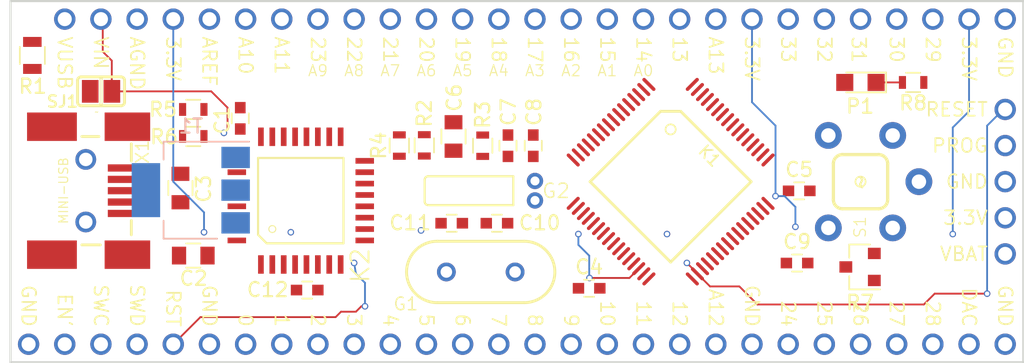
<source format=kicad_pcb>

(kicad_pcb
  (version 20171130)
  (host pcbnew "(5.1.2)-2")
  (general
    (thickness 1.6)
    (drawings 79)
    (tracks 1084)
    (zones 0)
    (modules 89)
    (nets 74))
  (page A4)
  (layers
    (0 F.Cu signal)
    (1 GND power)
    (2 PWR power)
    (31 B.Cu signal)
    (32 B.Adhes user)
    (33 F.Adhes user)
    (34 B.Paste user)
    (35 F.Paste user)
    (36 B.SilkS user)
    (37 F.SilkS user)
    (38 B.Mask user)
    (39 F.Mask user)
    (40 Dwgs.User user)
    (41 Cmts.User user)
    (42 Eco1.User user)
    (43 Eco2.User user)
    (44 Edge.Cuts user)
    (45 Margin user)
    (46 B.CrtYd user)
    (47 F.CrtYd user)
    (48 B.Fab user)
    (49 F.Fab user))
  (setup
    (last_trace_width 0.127)
    (trace_clearance 0.127)
    (zone_clearance 0.508)
    (zone_45_only no)
    (trace_min 0.1016)
    (via_size 0.457)
    (via_drill 0.3)
    (via_min_size 0.4)
    (via_min_drill 0.254)
    (uvia_size 0.3)
    (uvia_drill 0.1)
    (uvias_allowed no)
    (uvia_min_size 0.2)
    (uvia_min_drill 0.1)
    (edge_width 0.15)
    (segment_width 0.2)
    (pcb_text_width 0.3)
    (pcb_text_size 1.5 1.5)
    (mod_edge_width 0.15)
    (mod_text_size 1 1)
    (mod_text_width 0.15)
    (pad_size 1.524 1.524)
    (pad_drill 0.762)
    (pad_to_mask_clearance 0.2)
    (aux_axis_origin 0 0)
    (visible_elements 7FFFFFFF)
    (pcbplotparams
      (layerselection 0x010f0_ffffffff)
      (usegerberextensions false)
      (usegerberattributes false)
      (usegerberadvancedattributes false)
      (creategerberjobfile false)
      (excludeedgelayer true)
      (linewidth 0.1)
      (plotframeref false)
      (viasonmask false)
      (mode 1)
      (useauxorigin false)
      (hpglpennumber 1)
      (hpglpenspeed 20)
      (hpglpendiameter 15.0)
      (psnegative false)
      (psa4output false)
      (plotreference true)
      (plotvalue true)
      (plotinvisibletext false)
      (padsonsilk false)
      (subtractmaskfromsilk false)
      (outputformat 1)
      (mirror false)
      (drillshape 0)
      (scaleselection 1)
      (outputdirectory "gerber")))
  (net 0 "")
  (net 1 GND)
  (net 2 /N$61)
  (net 3 /N$69)
  (net 4 /N$18)
  (net 5 /N$15)
  (net 6 /N$53)
  (net 7 /N$13)
  (net 8 /N$11)
  (net 9 /N$68)
  (net 10 /N$5)
  (net 11 /N$6)
  (net 12 /N$8)
  (net 13 /N$7)
  (net 14 /N$48)
  (net 15 /N$59)
  (net 16 /N$10)
  (net 17 /N$14)
  (net 18 "Net-(K1-Pad8)")
  (net 19 /N$65)
  (net 20 /N$64)
  (net 21 /N$55)
  (net 22 /N$45)
  (net 23 /N$54)
  (net 24 /N$2)
  (net 25 /N$19)
  (net 26 /N$3)
  (net 27 /N$70)
  (net 28 /N$46)
  (net 29 /N$57)
  (net 30 /N$41)
  (net 31 /N$40)
  (net 32 /N$12)
  (net 33 /N$28)
  (net 34 /N$27)
  (net 35 /N$25)
  (net 36 /N$26)
  (net 37 /N$44)
  (net 38 /N$43)
  (net 39 /N$47)
  (net 40 /N$58)
  (net 41 /N$29)
  (net 42 /N$22)
  (net 43 /N$21)
  (net 44 /N$35)
  (net 45 /N$34)
  (net 46 /N$31)
  (net 47 /N$33)
  (net 48 /N$32)
  (net 49 /N$51)
  (net 50 /N$60)
  (net 51 /N$50)
  (net 52 /N$49)
  (net 53 /N$42)
  (net 54 /N$30)
  (net 55 /N$37)
  (net 56 /N$36)
  (net 57 /N$38)
  (net 58 /N$24)
  (net 59 /N$23)
  (net 60 /N$39)
  (net 61 /N$1)
  (net 62 "Net-(K2-Pad9)")
  (net 63 /N$9)
  (net 64 "Net-(K2-Pad23)")
  (net 65 "Net-(K2-Pad24)")
  (net 66 "Net-(K2-Pad30)")
  (net 67 "Net-(K2-Pad31)")
  (net 68 "Net-(K2-Pad32)")
  (net 69 /N$52)
  (net 70 /N$67)
  (net 71 /N$17)
  (net 72 /N$16)
  (net 73 /N$63)
  (net_class Default "This is the default net class."
    (clearance 0.127)
    (trace_width 0.127)
    (via_dia 0.457)
    (via_drill 0.3)
    (uvia_dia 0.3)
    (uvia_drill 0.1)
    (add_net /N$1)
    (add_net /N$10)
    (add_net /N$11)
    (add_net /N$12)
    (add_net /N$13)
    (add_net /N$14)
    (add_net /N$15)
    (add_net /N$16)
    (add_net /N$17)
    (add_net /N$18)
    (add_net /N$19)
    (add_net /N$2)
    (add_net /N$21)
    (add_net /N$22)
    (add_net /N$23)
    (add_net /N$24)
    (add_net /N$25)
    (add_net /N$26)
    (add_net /N$27)
    (add_net /N$28)
    (add_net /N$29)
    (add_net /N$3)
    (add_net /N$30)
    (add_net /N$31)
    (add_net /N$32)
    (add_net /N$33)
    (add_net /N$34)
    (add_net /N$35)
    (add_net /N$36)
    (add_net /N$37)
    (add_net /N$38)
    (add_net /N$39)
    (add_net /N$40)
    (add_net /N$41)
    (add_net /N$42)
    (add_net /N$43)
    (add_net /N$44)
    (add_net /N$45)
    (add_net /N$46)
    (add_net /N$47)
    (add_net /N$48)
    (add_net /N$49)
    (add_net /N$5)
    (add_net /N$50)
    (add_net /N$51)
    (add_net /N$52)
    (add_net /N$53)
    (add_net /N$54)
    (add_net /N$55)
    (add_net /N$57)
    (add_net /N$58)
    (add_net /N$59)
    (add_net /N$6)
    (add_net /N$60)
    (add_net /N$61)
    (add_net /N$63)
    (add_net /N$64)
    (add_net /N$65)
    (add_net /N$67)
    (add_net /N$68)
    (add_net /N$69)
    (add_net /N$7)
    (add_net /N$70)
    (add_net /N$8)
    (add_net /N$9)
    (add_net GND)
    (add_net "Net-(K1-Pad8)")
    (add_net "Net-(K2-Pad23)")
    (add_net "Net-(K2-Pad24)")
    (add_net "Net-(K2-Pad30)")
    (add_net "Net-(K2-Pad31)")
    (add_net "Net-(K2-Pad32)")
    (add_net "Net-(K2-Pad9)"))
  (module "T32 ref:HC49US"
    (layer F.Cu)
    (tedit 58C99CF5)
    (tstamp 58C98E54)
    (at 145.9611 111.3536 180)
    (descr CRYSTAL)
    (tags CRYSTAL)
    (path /58C2B768)
    (attr virtual)
    (fp_text reference G1
      (at 5.2611 -2.2464 180)
      (layer F.SilkS)
      (effects
        (font
          (size 0.889 0.889)
          (thickness 0.1016))))
    (fp_text value 16MHz
      (at 0.0611 -1.1464 180)
      (layer F.Fab)
      (effects
        (font
          (size 0.889 0.889)
          (thickness 0.1016))))
    (fp_line
      (start -4.445 2.54)
      (end 4.445 2.54)
      (layer Dwgs.User)
      (width 0.06604))
    (fp_line
      (start 4.445 2.54)
      (end 4.445 -2.54)
      (layer Dwgs.User)
      (width 0.06604))
    (fp_line
      (start -4.445 -2.54)
      (end 4.445 -2.54)
      (layer Dwgs.User)
      (width 0.06604))
    (fp_line
      (start -4.445 2.54)
      (end -4.445 -2.54)
      (layer Dwgs.User)
      (width 0.06604))
    (fp_line
      (start -5.08 1.905)
      (end -4.445 1.905)
      (layer Dwgs.User)
      (width 0.06604))
    (fp_line
      (start -4.445 1.905)
      (end -4.445 -1.905)
      (layer Dwgs.User)
      (width 0.06604))
    (fp_line
      (start -5.08 -1.905)
      (end -4.445 -1.905)
      (layer Dwgs.User)
      (width 0.06604))
    (fp_line
      (start -5.08 1.905)
      (end -5.08 -1.905)
      (layer Dwgs.User)
      (width 0.06604))
    (fp_line
      (start -5.715 1.27)
      (end -5.08 1.27)
      (layer Dwgs.User)
      (width 0.06604))
    (fp_line
      (start -5.08 1.27)
      (end -5.08 -1.27)
      (layer Dwgs.User)
      (width 0.06604))
    (fp_line
      (start -5.715 -1.27)
      (end -5.08 -1.27)
      (layer Dwgs.User)
      (width 0.06604))
    (fp_line
      (start -5.715 1.27)
      (end -5.715 -1.27)
      (layer Dwgs.User)
      (width 0.06604))
    (fp_line
      (start 4.445 1.905)
      (end 5.08 1.905)
      (layer Dwgs.User)
      (width 0.06604))
    (fp_line
      (start 5.08 1.905)
      (end 5.08 -1.905)
      (layer Dwgs.User)
      (width 0.06604))
    (fp_line
      (start 4.445 -1.905)
      (end 5.08 -1.905)
      (layer Dwgs.User)
      (width 0.06604))
    (fp_line
      (start 4.445 1.905)
      (end 4.445 -1.905)
      (layer Dwgs.User)
      (width 0.06604))
    (fp_line
      (start 5.08 1.27)
      (end 5.715 1.27)
      (layer Dwgs.User)
      (width 0.06604))
    (fp_line
      (start 5.715 1.27)
      (end 5.715 -1.27)
      (layer Dwgs.User)
      (width 0.06604))
    (fp_line
      (start 5.08 -1.27)
      (end 5.715 -1.27)
      (layer Dwgs.User)
      (width 0.06604))
    (fp_line
      (start 5.08 1.27)
      (end 5.08 -1.27)
      (layer Dwgs.User)
      (width 0.06604))
    (fp_line
      (start -3.048 2.159)
      (end 3.048 2.159)
      (layer F.SilkS)
      (width 0.2032))
    (fp_line
      (start -3.048 -2.159)
      (end 3.048 -2.159)
      (layer F.SilkS)
      (width 0.2032))
    (fp_line
      (start -3.19786 2.19964)
      (end 3.19786 2.19964)
      (layer Dwgs.User)
      (width 0.04826))
    (fp_line
      (start 5.19938 0.19812)
      (end 5.19938 0)
      (layer Dwgs.User)
      (width 0.04826))
    (fp_line
      (start 2.99974 -2.19964)
      (end -2.99974 -2.19964)
      (layer Dwgs.User)
      (width 0.04826))
    (fp_arc
      (start -3.048 0)
      (end -3.048 2.159)
      (angle 180)
      (layer F.SilkS)
      (width 0.2032))
    (fp_arc
      (start 3.048 0)
      (end 3.048 -2.159)
      (angle 180)
      (layer F.SilkS)
      (width 0.2032))
    (fp_arc
      (start 3.19786 0.19812)
      (end 5.19938 0.19812)
      (angle 90)
      (layer Dwgs.User)
      (width 0.04826))
    (fp_arc
      (start 2.99974 0)
      (end 2.99974 -2.19964)
      (angle 90)
      (layer Dwgs.User)
      (width 0.04826))
    (fp_arc
      (start -2.99974 0)
      (end -5.19938 0)
      (angle 90)
      (layer Dwgs.User)
      (width 0.04826))
    (fp_arc
      (start -3.0988 0.09906)
      (end -3.19786 2.19964)
      (angle 90)
      (layer Dwgs.User)
      (width 0.04826))
    (pad 1 thru_hole circle
      (at -2.413 0 180)
      (size 1.3208 1.3208)
      (drill 0.8128)
      (layers *.Cu *.Paste *.Mask))
    (pad 2 thru_hole circle
      (at 2.413 0 180)
      (size 1.3208 1.3208)
      (drill 0.8128)
      (layers *.Cu *.Paste *.Mask)))
  (module "T32 ref:TC26H"
    (layer F.Cu)
    (tedit 58C991AB)
    (tstamp 58C98E78)
    (at 149.7711 105.6386 90)
    (descr CRYSTAL)
    (tags CRYSTAL)
    (path /58C2B830)
    (attr virtual)
    (fp_text reference G2
      (at -0.0114 1.4789 180)
      (layer F.SilkS)
      (effects
        (font
          (size 1 1)
          (thickness 0.1))))
    (fp_text value 32.768kHz
      (at -0.0114 -5.7211 180)
      (layer F.Fab)
      (effects
        (font
          (size 1.27 1.27)
          (thickness 0.127))))
    (fp_line
      (start -1.778 -0.762)
      (end 1.778 -0.762)
      (layer Dwgs.User)
      (width 0.06604))
    (fp_line
      (start 1.778 -0.762)
      (end 1.778 -8.382)
      (layer Dwgs.User)
      (width 0.06604))
    (fp_line
      (start -1.778 -8.382)
      (end 1.778 -8.382)
      (layer Dwgs.User)
      (width 0.06604))
    (fp_line
      (start -1.778 -0.762)
      (end -1.778 -8.382)
      (layer Dwgs.User)
      (width 0.06604))
    (fp_line
      (start -0.762 -7.747)
      (end 0.762 -7.747)
      (layer F.SilkS)
      (width 0.1524))
    (fp_line
      (start 1.016 -1.524)
      (end 1.016 -7.493)
      (layer F.SilkS)
      (width 0.1524))
    (fp_line
      (start -1.016 -1.524)
      (end -1.016 -7.493)
      (layer F.SilkS)
      (width 0.1524))
    (fp_line
      (start 1.016 -1.524)
      (end -1.016 -1.524)
      (layer F.SilkS)
      (width 0.1524))
    (fp_line
      (start -0.99822 -7.7978)
      (end -0.99822 -0.99822)
      (layer Dwgs.User)
      (width 0.04826))
    (fp_line
      (start -0.99822 -0.99822)
      (end 0.99822 -0.99822)
      (layer Dwgs.User)
      (width 0.04826))
    (fp_line
      (start 0.99822 -0.99822)
      (end 0.99822 -7.7978)
      (layer Dwgs.User)
      (width 0.04826))
    (fp_line
      (start 0.99822 -7.7978)
      (end -0.99822 -7.7978)
      (layer Dwgs.User)
      (width 0.04826))
    (fp_arc
      (start 0.762 -7.493)
      (end 0.762 -7.747)
      (angle 90)
      (layer F.SilkS)
      (width 0.1524))
    (fp_arc
      (start -0.762 -7.493)
      (end -1.016 -7.493)
      (angle 90)
      (layer F.SilkS)
      (width 0.1524))
    (pad 1 thru_hole circle
      (at -0.6858 0 90)
      (size 1.143 1.143)
      (drill 0.635)
      (layers *.Cu *.Paste *.Mask))
    (pad 2 thru_hole circle
      (at 0.6858 0 90)
      (size 1.143 1.143)
      (drill 0.635)
      (layers *.Cu *.Paste *.Mask)))
  (module "T32 ref:LQFP64-05"
    (layer F.Cu)
    (tedit 58C99273)
    (tstamp 58C98E8B)
    (at 159.2961 105.0036 315)
    (path /58C2C12C)
    (attr smd)
    (fp_text reference K1
      (at 0.64516 -3.21564 315)
      (layer F.SilkS)
      (effects
        (font
          (size 0.8128 0.8128)
          (thickness 0.127))))
    (fp_text value MK20DX256VLH7
      (at 0.45212 2.83718 315)
      (layer F.Fab)
      (effects
        (font
          (size 0.8128 0.8128)
          (thickness 0.127))))
    (fp_line
      (start -4.99872 -4.99872)
      (end 4.99872 -4.99872)
      (layer Dwgs.User)
      (width 0.04826))
    (fp_line
      (start 4.99872 -4.99872)
      (end 4.99872 4.99872)
      (layer Dwgs.User)
      (width 0.04826))
    (fp_line
      (start 4.99872 4.99872)
      (end -4.99872 4.99872)
      (layer Dwgs.User)
      (width 0.04826))
    (fp_line
      (start -4.99872 4.99872)
      (end -4.99872 -4.99872)
      (layer Dwgs.User)
      (width 0.04826))
    (fp_line
      (start -3.99796 -2.99974)
      (end -3.99796 3.99796)
      (layer F.SilkS)
      (width 0.19812))
    (fp_line
      (start -3.99796 3.99796)
      (end 3.99796 3.99796)
      (layer F.SilkS)
      (width 0.19812))
    (fp_line
      (start 3.99796 3.99796)
      (end 3.99796 -3.99796)
      (layer F.SilkS)
      (width 0.19812))
    (fp_line
      (start 3.99796 -3.99796)
      (end -2.99974 -3.99796)
      (layer F.SilkS)
      (width 0.19812))
    (fp_line
      (start -2.99974 -3.99796)
      (end -3.99796 -2.99974)
      (layer F.SilkS)
      (width 0.19812))
    (fp_circle
      (center -2.59842 -2.59842)
      (end -2.85242 -2.85242)
      (layer F.SilkS)
      (width 0.1143))
    (fp_circle
      (center -2.59842 -2.59842)
      (end -2.82194 -2.82194)
      (layer Dwgs.User)
      (width 0.02286))
    (pad 1 smd oval
      (at -5.91312 -3.75666 225)
      (size 0.24892 1.19888)
      (layers F.Cu F.Paste F.Mask))
    (pad 2 smd oval
      (at -5.91312 -3.24866 225)
      (size 0.24892 1.19888)
      (layers F.Cu F.Paste F.Mask))
    (pad 3 smd oval
      (at -5.91312 -2.74066 225)
      (size 0.24892 1.19888)
      (layers F.Cu F.Paste F.Mask))
    (pad 4 smd oval
      (at -5.91312 -2.25806 225)
      (size 0.24892 1.19888)
      (layers F.Cu F.Paste F.Mask))
    (pad 5 smd oval
      (at -5.91312 -1.75006 225)
      (size 0.24892 1.19888)
      (layers F.Cu F.Paste F.Mask))
    (pad 6 smd oval
      (at -5.91312 -1.24206 225)
      (size 0.24892 1.19888)
      (layers F.Cu F.Paste F.Mask))
    (pad 7 smd oval
      (at -5.91312 -0.75946 225)
      (size 0.24892 1.19888)
      (layers F.Cu F.Paste F.Mask))
    (pad 8 smd oval
      (at -5.91312 -0.25146 225)
      (size 0.24892 1.19888)
      (layers F.Cu F.Paste F.Mask))
    (pad 9 smd oval
      (at -5.91312 0.254 225)
      (size 0.24892 1.19888)
      (layers F.Cu F.Paste F.Mask))
    (pad 10 smd oval
      (at -5.91312 0.762 225)
      (size 0.24892 1.19888)
      (layers F.Cu F.Paste F.Mask))
    (pad 11 smd oval
      (at -5.91312 1.2446 225)
      (size 0.24892 1.19888)
      (layers F.Cu F.Paste F.Mask))
    (pad 12 smd oval
      (at -5.91312 1.7526 225)
      (size 0.24892 1.19888)
      (layers F.Cu F.Paste F.Mask))
    (pad 13 smd oval
      (at -5.91312 2.2606 225)
      (size 0.24892 1.19888)
      (layers F.Cu F.Paste F.Mask))
    (pad 14 smd oval
      (at -5.91312 2.7432 225)
      (size 0.24892 1.19888)
      (layers F.Cu F.Paste F.Mask))
    (pad 15 smd oval
      (at -5.91312 3.2512 225)
      (size 0.24892 1.19888)
      (layers F.Cu F.Paste F.Mask))
    (pad 16 smd oval
      (at -5.91312 3.7592 225)
      (size 0.24892 1.19888)
      (layers F.Cu F.Paste F.Mask))
    (pad 17 smd oval
      (at -3.7592 5.91312 135)
      (size 0.24892 1.19888)
      (layers F.Cu F.Paste F.Mask))
    (pad 18 smd oval
      (at -3.2512 5.91312 135)
      (size 0.24892 1.19888)
      (layers F.Cu F.Paste F.Mask))
    (pad 19 smd oval
      (at -2.7432 5.91312 135)
      (size 0.24892 1.19888)
      (layers F.Cu F.Paste F.Mask))
    (pad 20 smd oval
      (at -2.2606 5.91312 135)
      (size 0.24892 1.19888)
      (layers F.Cu F.Paste F.Mask))
    (pad 21 smd oval
      (at -1.7526 5.91312 135)
      (size 0.24892 1.19888)
      (layers F.Cu F.Paste F.Mask))
    (pad 22 smd oval
      (at -1.2446 5.91312 135)
      (size 0.24892 1.19888)
      (layers F.Cu F.Paste F.Mask))
    (pad 23 smd oval
      (at -0.762 5.91312 135)
      (size 0.24892 1.19888)
      (layers F.Cu F.Paste F.Mask))
    (pad 24 smd oval
      (at -0.254 5.91312 135)
      (size 0.24892 1.19888)
      (layers F.Cu F.Paste F.Mask))
    (pad 25 smd oval
      (at 0.25146 5.91312 135)
      (size 0.24892 1.19888)
      (layers F.Cu F.Paste F.Mask))
    (pad 26 smd oval
      (at 0.75946 5.91312 135)
      (size 0.24892 1.19888)
      (layers F.Cu F.Paste F.Mask))
    (pad 27 smd oval
      (at 1.24206 5.91312 135)
      (size 0.24892 1.19888)
      (layers F.Cu F.Paste F.Mask))
    (pad 28 smd oval
      (at 1.75006 5.91312 135)
      (size 0.24892 1.19888)
      (layers F.Cu F.Paste F.Mask))
    (pad 29 smd oval
      (at 2.25806 5.91312 135)
      (size 0.24892 1.19888)
      (layers F.Cu F.Paste F.Mask))
    (pad 30 smd oval
      (at 2.74066 5.91312 135)
      (size 0.24892 1.19888)
      (layers F.Cu F.Paste F.Mask)
      (net 3 /N$69))
    (pad 31 smd oval
      (at 3.24866 5.91312 135)
      (size 0.24892 1.19888)
      (layers F.Cu F.Paste F.Mask))
    (pad 32 smd oval
      (at 3.75666 5.91312 135)
      (size 0.24892 1.19888)
      (layers F.Cu F.Paste F.Mask))
    (pad 33 smd oval
      (at 5.91312 3.7592 225)
      (size 0.24892 1.19888)
      (layers F.Cu F.Paste F.Mask))
    (pad 34 smd oval
      (at 5.91312 3.2512 225)
      (size 0.24892 1.19888)
      (layers F.Cu F.Paste F.Mask))
    (pad 35 smd oval
      (at 5.91312 2.7432 225)
      (size 0.24892 1.19888)
      (layers F.Cu F.Paste F.Mask))
    (pad 36 smd oval
      (at 5.91312 2.2606 225)
      (size 0.24892 1.19888)
      (layers F.Cu F.Paste F.Mask))
    (pad 37 smd oval
      (at 5.91312 1.7526 225)
      (size 0.24892 1.19888)
      (layers F.Cu F.Paste F.Mask))
    (pad 38 smd oval
      (at 5.91312 1.2446 225)
      (size 0.24892 1.19888)
      (layers F.Cu F.Paste F.Mask))
    (pad 39 smd oval
      (at 5.91312 0.762 225)
      (size 0.24892 1.19888)
      (layers F.Cu F.Paste F.Mask))
    (pad 40 smd oval
      (at 5.91312 0.254 225)
      (size 0.24892 1.19888)
      (layers F.Cu F.Paste F.Mask))
    (pad 41 smd oval
      (at 5.91312 -0.25146 225)
      (size 0.24892 1.19888)
      (layers F.Cu F.Paste F.Mask))
    (pad 42 smd oval
      (at 5.91312 -0.75946 225)
      (size 0.24892 1.19888)
      (layers F.Cu F.Paste F.Mask))
    (pad 43 smd oval
      (at 5.91312 -1.24206 225)
      (size 0.24892 1.19888)
      (layers F.Cu F.Paste F.Mask))
    (pad 44 smd oval
      (at 5.91312 -1.75006 225)
      (size 0.24892 1.19888)
      (layers F.Cu F.Paste F.Mask))
    (pad 45 smd oval
      (at 5.91312 -2.25806 225)
      (size 0.24892 1.19888)
      (layers F.Cu F.Paste F.Mask))
    (pad 46 smd oval
      (at 5.91312 -2.74066 225)
      (size 0.24892 1.19888)
      (layers F.Cu F.Paste F.Mask))
    (pad 47 smd oval
      (at 5.91312 -3.24866 225)
      (size 0.24892 1.19888)
      (layers F.Cu F.Paste F.Mask))
    (pad 48 smd oval
      (at 5.91312 -3.75666 225)
      (size 0.24892 1.19888)
      (layers F.Cu F.Paste F.Mask))
    (pad 49 smd oval
      (at 3.75666 -5.91312 135)
      (size 0.24892 1.19888)
      (layers F.Cu F.Paste F.Mask))
    (pad 50 smd oval
      (at 3.24866 -5.91312 135)
      (size 0.24892 1.19888)
      (layers F.Cu F.Paste F.Mask))
    (pad 51 smd oval
      (at 2.74066 -5.91312 135)
      (size 0.24892 1.19888)
      (layers F.Cu F.Paste F.Mask))
    (pad 52 smd oval
      (at 2.25806 -5.91312 135)
      (size 0.24892 1.19888)
      (layers F.Cu F.Paste F.Mask))
    (pad 53 smd oval
      (at 1.75006 -5.91312 135)
      (size 0.24892 1.19888)
      (layers F.Cu F.Paste F.Mask))
    (pad 54 smd oval
      (at 1.24206 -5.91312 135)
      (size 0.24892 1.19888)
      (layers F.Cu F.Paste F.Mask))
    (pad 55 smd oval
      (at 0.75946 -5.91312 135)
      (size 0.24892 1.19888)
      (layers F.Cu F.Paste F.Mask))
    (pad 56 smd oval
      (at 0.25146 -5.91312 135)
      (size 0.24892 1.19888)
      (layers F.Cu F.Paste F.Mask))
    (pad 57 smd oval
      (at -0.254 -5.91312 135)
      (size 0.24892 1.19888)
      (layers F.Cu F.Paste F.Mask))
    (pad 58 smd oval
      (at -0.762 -5.91312 135)
      (size 0.24892 1.19888)
      (layers F.Cu F.Paste F.Mask))
    (pad 59 smd oval
      (at -1.2446 -5.91312 135)
      (size 0.24892 1.19888)
      (layers F.Cu F.Paste F.Mask))
    (pad 60 smd oval
      (at -1.7526 -5.91312 135)
      (size 0.24892 1.19888)
      (layers F.Cu F.Paste F.Mask))
    (pad 61 smd oval
      (at -2.2606 -5.91312 135)
      (size 0.24892 1.19888)
      (layers F.Cu F.Paste F.Mask))
    (pad 62 smd oval
      (at -2.7432 -5.91312 135)
      (size 0.24892 1.19888)
      (layers F.Cu F.Paste F.Mask))
    (pad 63 smd oval
      (at -3.2512 -5.91312 135)
      (size 0.24892 1.19888)
      (layers F.Cu F.Paste F.Mask))
    (pad 64 smd oval
      (at -3.7592 -5.91312 135)
      (size 0.24892 1.19888)
      (layers F.Cu F.Paste F.Mask)))
  (module "T32 ref:LQFP32-08"
    (layer F.Cu)
    (tedit 58C998A4)
    (tstamp 58C98ED9)
    (at 133.3246 106.3371 90)
    (descr "THIN PLASIC QUAD FLAT PACKAGE GRID 0.8 MM")
    (tags "THIN PLASIC QUAD FLAT PACKAGE GRID 0.8 MM")
    (path /58C2C1F4)
    (attr smd)
    (fp_text reference K2
      (at -4.5629 4.1754 90)
      (layer F.SilkS)
      (effects
        (font
          (size 1.27 1.27)
          (thickness 0.127))))
    (fp_text value MKL04Z32VLC4
      (at 0 0 90)
      (layer F.Fab)
      (effects
        (font
          (size 1.524 1.524)
          (thickness 0.15))))
    (fp_line
      (start 2.99974 -2.99974)
      (end 2.99974 2.99974)
      (layer F.SilkS)
      (width 0.1524))
    (fp_line
      (start 2.99974 2.99974)
      (end -2.99974 2.99974)
      (layer F.SilkS)
      (width 0.1524))
    (fp_line
      (start -2.99974 2.99974)
      (end -2.99974 -2.39776)
      (layer F.SilkS)
      (width 0.1524))
    (fp_line
      (start -2.39776 -2.99974)
      (end 2.99974 -2.99974)
      (layer F.SilkS)
      (width 0.1524))
    (fp_line
      (start -2.39776 -2.99974)
      (end -2.99974 -2.39776)
      (layer F.SilkS)
      (width 0.1524))
    (fp_line
      (start -3.59918 -3.59918)
      (end -3.59918 3.59918)
      (layer Dwgs.User)
      (width 0.04826))
    (fp_line
      (start -3.59918 3.59918)
      (end 3.59918 3.59918)
      (layer Dwgs.User)
      (width 0.04826))
    (fp_line
      (start 3.59918 3.59918)
      (end 3.59918 -3.59918)
      (layer Dwgs.User)
      (width 0.04826))
    (fp_line
      (start 3.59918 -3.59918)
      (end -3.59918 -3.59918)
      (layer Dwgs.User)
      (width 0.04826))
    (fp_circle
      (center -1.99898 -1.99898)
      (end -2.1717 -2.1717)
      (layer F.SilkS)
      (width 0.0762))
    (fp_circle
      (center -1.99898 -1.99898)
      (end -2.13868 -2.13868)
      (layer Dwgs.User)
      (width 0.02286))
    (pad 1 smd rect
      (at -4.49072 -2.79908 180)
      (size 0.39878 1.29794)
      (layers F.Cu F.Paste F.Mask))
    (pad 2 smd rect
      (at -4.49072 -1.99898 180)
      (size 0.39878 1.29794)
      (layers F.Cu F.Paste F.Mask))
    (pad 3 smd rect
      (at -4.49072 -1.19888 180)
      (size 0.39878 1.29794)
      (layers F.Cu F.Paste F.Mask))
    (pad 4 smd rect
      (at -4.49072 -0.39878 180)
      (size 0.39878 1.29794)
      (layers F.Cu F.Paste F.Mask))
    (pad 5 smd rect
      (at -4.49072 0.39878 180)
      (size 0.39878 1.29794)
      (layers F.Cu F.Paste F.Mask))
    (pad 6 smd rect
      (at -4.49072 1.19888 180)
      (size 0.39878 1.29794)
      (layers F.Cu F.Paste F.Mask))
    (pad 7 smd rect
      (at -4.49072 1.99898 180)
      (size 0.39878 1.29794)
      (layers F.Cu F.Paste F.Mask))
    (pad 8 smd rect
      (at -4.49072 2.79908 180)
      (size 0.39878 1.29794)
      (layers F.Cu F.Paste F.Mask))
    (pad 9 smd rect
      (at -2.79908 4.49072 90)
      (size 0.39878 1.29794)
      (layers F.Cu F.Paste F.Mask))
    (pad 10 smd rect
      (at -1.99898 4.49072 90)
      (size 0.39878 1.29794)
      (layers F.Cu F.Paste F.Mask))
    (pad 11 smd rect
      (at -1.19888 4.49072 90)
      (size 0.39878 1.29794)
      (layers F.Cu F.Paste F.Mask))
    (pad 12 smd rect
      (at -0.39878 4.49072 90)
      (size 0.39878 1.29794)
      (layers F.Cu F.Paste F.Mask))
    (pad 13 smd rect
      (at 0.39878 4.49072 90)
      (size 0.39878 1.29794)
      (layers F.Cu F.Paste F.Mask))
    (pad 14 smd rect
      (at 1.19888 4.49072 90)
      (size 0.39878 1.29794)
      (layers F.Cu F.Paste F.Mask))
    (pad 15 smd rect
      (at 1.99898 4.49072 90)
      (size 0.39878 1.29794)
      (layers F.Cu F.Paste F.Mask))
    (pad 16 smd rect
      (at 2.79908 4.49072 90)
      (size 0.39878 1.29794)
      (layers F.Cu F.Paste F.Mask))
    (pad 17 smd rect
      (at 4.49072 2.79908 180)
      (size 0.39878 1.29794)
      (layers F.Cu F.Paste F.Mask))
    (pad 18 smd rect
      (at 4.49072 1.99898 180)
      (size 0.39878 1.29794)
      (layers F.Cu F.Paste F.Mask))
    (pad 19 smd rect
      (at 4.49072 1.19888 180)
      (size 0.39878 1.29794)
      (layers F.Cu F.Paste F.Mask))
    (pad 20 smd rect
      (at 4.49072 0.39878 180)
      (size 0.39878 1.29794)
      (layers F.Cu F.Paste F.Mask))
    (pad 21 smd rect
      (at 4.49072 -0.39878 180)
      (size 0.39878 1.29794)
      (layers F.Cu F.Paste F.Mask))
    (pad 22 smd rect
      (at 4.49072 -1.19888 180)
      (size 0.39878 1.29794)
      (layers F.Cu F.Paste F.Mask))
    (pad 23 smd rect
      (at 4.49072 -1.99898 180)
      (size 0.39878 1.29794)
      (layers F.Cu F.Paste F.Mask))
    (pad 24 smd rect
      (at 4.49072 -2.79908 180)
      (size 0.39878 1.29794)
      (layers F.Cu F.Paste F.Mask))
    (pad 25 smd rect
      (at 2.79908 -4.49072 90)
      (size 0.39878 1.29794)
      (layers F.Cu F.Paste F.Mask))
    (pad 26 smd rect
      (at 1.99898 -4.49072 90)
      (size 0.39878 1.29794)
      (layers F.Cu F.Paste F.Mask))
    (pad 27 smd rect
      (at 1.19888 -4.49072 90)
      (size 0.39878 1.29794)
      (layers F.Cu F.Paste F.Mask))
    (pad 28 smd rect
      (at 0.39878 -4.49072 90)
      (size 0.39878 1.29794)
      (layers F.Cu F.Paste F.Mask))
    (pad 29 smd rect
      (at -0.39878 -4.49072 90)
      (size 0.39878 1.29794)
      (layers F.Cu F.Paste F.Mask))
    (pad 30 smd rect
      (at -1.19888 -4.49072 90)
      (size 0.39878 1.29794)
      (layers F.Cu F.Paste F.Mask))
    (pad 31 smd rect
      (at -1.99898 -4.49072 90)
      (size 0.39878 1.29794)
      (layers F.Cu F.Paste F.Mask))
    (pad 32 smd rect
      (at -2.79908 -4.49072 90)
      (size 0.39878 1.29794)
      (layers F.Cu F.Paste F.Mask)))
  (module "T32 ref:ALPS_SKHH"
    (layer F.Cu)
    (tedit 58C99C37)
    (tstamp 58C98F91)
    (at 172.6311 105.0036 90)
    (path /58C2C9C4)
    (attr virtual)
    (fp_text reference S1
      (at -3.1964 -0.0311 90)
      (layer F.SilkS)
      (effects
        (font
          (size 0.8128 0.8128)
          (thickness 0.0762))))
    (fp_text value ~
      (at 0 0 90)
      (layer F.SilkS)
      (effects
        (font
          (size 1.524 1.524)
          (thickness 0.15))))
    (fp_line
      (start -1.27 1.905)
      (end 1.27 1.905)
      (layer F.SilkS)
      (width 0.2286))
    (fp_line
      (start 1.905 1.27)
      (end 1.905 -1.27)
      (layer F.SilkS)
      (width 0.2286))
    (fp_line
      (start 1.27 -1.905)
      (end -1.27 -1.905)
      (layer F.SilkS)
      (width 0.2286))
    (fp_line
      (start -1.905 -1.27)
      (end -1.905 1.27)
      (layer F.SilkS)
      (width 0.2286))
    (fp_line
      (start -2.39776 -2.39776)
      (end -2.39776 2.39776)
      (layer Dwgs.User)
      (width 0.04826))
    (fp_line
      (start -2.39776 2.39776)
      (end 2.39776 2.39776)
      (layer Dwgs.User)
      (width 0.04826))
    (fp_line
      (start 2.39776 2.39776)
      (end 2.39776 -2.39776)
      (layer Dwgs.User)
      (width 0.04826))
    (fp_line
      (start 2.39776 -2.39776)
      (end -2.39776 -2.39776)
      (layer Dwgs.User)
      (width 0.04826))
    (fp_circle
      (center 0 0)
      (end -0.254 0.254)
      (layer F.SilkS)
      (width 0.1143))
    (fp_arc
      (start 1.27 1.27)
      (end 1.905 1.27)
      (angle 90)
      (layer F.SilkS)
      (width 0.2286))
    (fp_arc
      (start 1.27 -1.27)
      (end 1.27 -1.905)
      (angle 90)
      (layer F.SilkS)
      (width 0.2286))
    (fp_arc
      (start -1.27 -1.27)
      (end -1.905 -1.27)
      (angle 90)
      (layer F.SilkS)
      (width 0.2286))
    (fp_arc
      (start -1.27 1.27)
      (end -1.27 1.905)
      (angle 90)
      (layer F.SilkS)
      (width 0.2286))
    (pad 1 thru_hole circle
      (at -3.2512 -2.2606 90)
      (size 1.8796 1.8796)
      (drill 1.016)
      (layers *.Cu *.Paste *.Mask))
    (pad 2 thru_hole circle
      (at 3.2512 -2.2606 90)
      (size 1.8796 1.8796)
      (drill 1.016)
      (layers *.Cu *.Paste *.Mask))
    (pad 3 thru_hole circle
      (at -3.2512 2.2606 90)
      (size 1.8796 1.8796)
      (drill 1.016)
      (layers *.Cu *.Paste *.Mask))
    (pad 4 thru_hole circle
      (at 3.2512 2.2606 90)
      (size 1.8796 1.8796)
      (drill 1.016)
      (layers *.Cu *.Paste *.Mask))
    (pad 5 thru_hole circle
      (at 0 4.09956 90)
      (size 1.8796 1.8796)
      (drill 1.016)
      (layers *.Cu *.Paste *.Mask)))
  (module "T32 ref:SOLDERJUMPER"
    (layer F.Cu)
    (tedit 58C99252)
    (tstamp 58C98FA6)
    (at 119.3 98.65)
    (path /58C2CA8C)
    (attr smd)
    (fp_text reference SJ1
      (at -2.7161 0.7214)
      (layer F.SilkS)
      (effects
        (font
          (size 0.8128 0.8128)
          (thickness 0.1524))))
    (fp_text value ~
      (at -0.3048 1.4478)
      (layer F.SilkS)
      (effects
        (font
          (size 0.4064 0.4064)
          (thickness 0.0508))))
    (fp_line
      (start -0.0762 0.9144)
      (end 0.0762 0.9144)
      (layer F.SilkS)
      (width 0.06604))
    (fp_line
      (start 0.0762 0.9144)
      (end 0.0762 -0.9144)
      (layer F.SilkS)
      (width 0.06604))
    (fp_line
      (start -0.0762 -0.9144)
      (end 0.0762 -0.9144)
      (layer F.SilkS)
      (width 0.06604))
    (fp_line
      (start -0.0762 0.9144)
      (end -0.0762 -0.9144)
      (layer F.SilkS)
      (width 0.06604))
    (fp_line
      (start 1.397 1.016)
      (end -1.397 1.016)
      (layer F.SilkS)
      (width 0.2032))
    (fp_line
      (start 1.651 0.762)
      (end 1.651 -0.762)
      (layer F.SilkS)
      (width 0.2032))
    (fp_line
      (start -1.651 0.762)
      (end -1.651 -0.762)
      (layer F.SilkS)
      (width 0.2032))
    (fp_line
      (start -1.397 -1.016)
      (end 1.397 -1.016)
      (layer F.SilkS)
      (width 0.2032))
    (fp_line
      (start -1.39954 -0.79756)
      (end 1.39954 -0.79756)
      (layer Dwgs.User)
      (width 0.04826))
    (fp_line
      (start 1.39954 -0.79756)
      (end 1.39954 0.79756)
      (layer Dwgs.User)
      (width 0.04826))
    (fp_line
      (start 1.39954 0.79756)
      (end -1.39954 0.79756)
      (layer Dwgs.User)
      (width 0.04826))
    (fp_line
      (start -1.39954 0.79756)
      (end -1.39954 -0.79756)
      (layer Dwgs.User)
      (width 0.04826))
    (fp_arc
      (start 1.397 -0.762)
      (end 1.397 -1.016)
      (angle 90)
      (layer F.SilkS)
      (width 0.2032))
    (fp_arc
      (start -1.397 -0.762)
      (end -1.651 -0.762)
      (angle 90)
      (layer F.SilkS)
      (width 0.2032))
    (fp_arc
      (start -1.397 0.762)
      (end -1.397 1.016)
      (angle 90)
      (layer F.SilkS)
      (width 0.2032))
    (fp_arc
      (start 1.397 0.762)
      (end 1.651 0.762)
      (angle 90)
      (layer F.SilkS)
      (width 0.2032))
    (pad 1 smd rect
      (at -0.762 0)
      (size 1.1684 1.6002)
      (layers F.Cu F.Paste F.Mask))
    (pad 2 smd rect
      (at 0.75946 0)
      (size 1.1684 1.6002)
      (layers F.Cu F.Paste F.Mask)))
  (module "T32 ref:MOLEX_SD-67503-010"
    (layer F.Cu)
    (tedit 58C99CBC)
    (tstamp 58C990AB)
    (at 118.2271 105.6386)
    (descr "USB SERIES MINI-B SURFACE MOUNTED")
    (tags "USB SERIES MINI-B SURFACE MOUNTED")
    (path /58C2FAFC)
    (attr smd)
    (fp_text reference X1
      (at 3.9729 -2.7386 270)
      (layer F.SilkS)
      (effects
        (font
          (size 0.889 0.889)
          (thickness 0.1016))))
    (fp_text value MINI-USB
      (at -1.5621 0 270)
      (layer F.SilkS)
      (effects
        (font
          (size 0.635 0.635)
          (thickness 0.0762))))
    (fp_line
      (start -0.27432 -3.81)
      (end 0.92456 -3.81)
      (layer F.SilkS)
      (width 0.19812))
    (fp_line
      (start 3.19786 -3.29946)
      (end 3.19786 -2.09804)
      (layer F.SilkS)
      (width 0.19812))
    (fp_line
      (start 3.19786 2.09804)
      (end 3.19786 3.0988)
      (layer F.SilkS)
      (width 0.19812))
    (fp_line
      (start 1.02362 3.81)
      (end -0.27432 3.81)
      (layer F.SilkS)
      (width 0.19812))
    (fp_line
      (start -5.99948 3.79984)
      (end 3.19786 3.79984)
      (layer Dwgs.User)
      (width 0.04826))
    (fp_line
      (start 3.19786 3.79984)
      (end 3.19786 -3.79984)
      (layer Dwgs.User)
      (width 0.04826))
    (fp_line
      (start 3.19786 -3.79984)
      (end -5.99948 -3.79984)
      (layer Dwgs.User)
      (width 0.04826))
    (fp_line
      (start -5.99948 -3.79984)
      (end -5.99948 3.79984)
      (layer Dwgs.User)
      (width 0.04826))
    (pad 1 smd rect
      (at 2.81686 -1.59766)
      (size 2.54 0.508)
      (layers F.Cu F.Paste F.Mask))
    (pad 2 smd rect
      (at 2.81686 -0.79756)
      (size 2.54 0.508)
      (layers F.Cu F.Paste F.Mask))
    (pad 3 smd rect
      (at 2.81686 0)
      (size 2.54 0.508)
      (layers F.Cu F.Paste F.Mask))
    (pad 4 smd rect
      (at 2.81686 0.79756)
      (size 2.54 0.508)
      (layers F.Cu F.Paste F.Mask))
    (pad 5 smd rect
      (at 2.81686 1.59766)
      (size 2.54 0.508)
      (layers F.Cu F.Paste F.Mask))
    (pad P$1 smd rect
      (at -2.3749 4.49834)
      (size 3.49758 1.99898)
      (layers F.Cu F.Paste F.Mask))
    (pad P$2 smd rect
      (at -2.3749 -4.49834)
      (size 3.49758 1.99898)
      (layers F.Cu F.Paste F.Mask))
    (pad P$3 smd rect
      (at 2.92354 4.49834)
      (size 3.19786 1.99898)
      (layers F.Cu F.Paste F.Mask))
    (pad P$4 smd rect
      (at 2.92354 -4.49834)
      (size 3.19786 1.99898)
      (layers F.Cu F.Paste F.Mask))
    (pad P$5 thru_hole circle
      (at 0 -2.19964)
      (size 1.45796 1.45796)
      (drill 0.94996)
      (layers *.Cu *.Paste *.Mask))
    (pad P$6 thru_hole circle
      (at 0 2.19964)
      (size 1.45796 1.45796)
      (drill 0.94996)
      (layers *.Cu *.Paste *.Mask)))
  (module "T32 ref:PTH_39MIL"
    (layer F.Cu)
    (tedit 58C98734)
    (tstamp 58C99B3F)
    (at 116.7511 93.5736)
    (path /58C2CB54)
    (attr virtual)
    (fp_text reference SX1
      (at 0 0)
      (layer F.SilkS) hide
      (effects
        (font
          (size 1.524 1.524)
          (thickness 0.15))))
    (fp_text value PIN
      (at 0 0)
      (layer F.SilkS) hide
      (effects
        (font
          (size 1.524 1.524)
          (thickness 0.15))))
    (fp_circle
      (center 0 0)
      (end -0.22352 0.22352)
      (layer Dwgs.User)
      (width 0.02286))
    (pad 1 thru_hole circle
      (at 0 0)
      (size 1.4986 1.4986)
      (drill 0.9906)
      (layers *.Cu *.Paste *.Mask)))
  (module "T32 ref:PTH_39MIL"
    (layer F.Cu)
    (tedit 58C98734)
    (tstamp 58C99B43)
    (at 119.2911 93.5736)
    (path /58C2CC1C)
    (attr virtual)
    (fp_text reference SX2
      (at 0 0)
      (layer F.SilkS) hide
      (effects
        (font
          (size 1.524 1.524)
          (thickness 0.15))))
    (fp_text value PIN
      (at 0 0)
      (layer F.SilkS) hide
      (effects
        (font
          (size 1.524 1.524)
          (thickness 0.15))))
    (fp_circle
      (center 0 0)
      (end -0.22352 0.22352)
      (layer Dwgs.User)
      (width 0.02286))
    (pad 1 thru_hole circle
      (at 0 0)
      (size 1.4986 1.4986)
      (drill 0.9906)
      (layers *.Cu *.Paste *.Mask)
      (net 2 /N$61)))
  (module "T32 ref:PTH_39MIL"
    (layer F.Cu)
    (tedit 58C98734)
    (tstamp 58C99B47)
    (at 121.8311 93.5736)
    (path /58C2CCE4)
    (attr virtual)
    (fp_text reference SX3
      (at 0 0)
      (layer F.SilkS) hide
      (effects
        (font
          (size 1.524 1.524)
          (thickness 0.15))))
    (fp_text value PIN
      (at 0 0)
      (layer F.SilkS) hide
      (effects
        (font
          (size 1.524 1.524)
          (thickness 0.15))))
    (fp_circle
      (center 0 0)
      (end -0.22352 0.22352)
      (layer Dwgs.User)
      (width 0.02286))
    (pad 1 thru_hole circle
      (at 0 0)
      (size 1.4986 1.4986)
      (drill 0.9906)
      (layers *.Cu *.Paste *.Mask)))
  (module "T32 ref:PTH_39MIL"
    (layer F.Cu)
    (tedit 58C98734)
    (tstamp 58C99B4B)
    (at 124.3711 93.5736)
    (path /58C2CDAC)
    (attr virtual)
    (fp_text reference SX4
      (at 0 0)
      (layer F.SilkS) hide
      (effects
        (font
          (size 1.524 1.524)
          (thickness 0.15))))
    (fp_text value PIN
      (at 0 0)
      (layer F.SilkS) hide
      (effects
        (font
          (size 1.524 1.524)
          (thickness 0.15))))
    (fp_circle
      (center 0 0)
      (end -0.22352 0.22352)
      (layer Dwgs.User)
      (width 0.02286))
    (pad 1 thru_hole circle
      (at 0 0)
      (size 1.4986 1.4986)
      (drill 0.9906)
      (layers *.Cu *.Paste *.Mask)
      (net 3 /N$69)))
  (module "T32 ref:PTH_39MIL"
    (layer F.Cu)
    (tedit 58C98734)
    (tstamp 58C99B4F)
    (at 134.5311 93.5736)
    (path /58C2CE74)
    (attr virtual)
    (fp_text reference SX5
      (at 0 0)
      (layer F.SilkS) hide
      (effects
        (font
          (size 1.524 1.524)
          (thickness 0.15))))
    (fp_text value PIN
      (at 0 0)
      (layer F.SilkS) hide
      (effects
        (font
          (size 1.524 1.524)
          (thickness 0.15))))
    (fp_circle
      (center 0 0)
      (end -0.22352 0.22352)
      (layer Dwgs.User)
      (width 0.02286))
    (pad 1 thru_hole circle
      (at 0 0)
      (size 1.4986 1.4986)
      (drill 0.9906)
      (layers *.Cu *.Paste *.Mask)))
  (module "T32 ref:PTH_39MIL"
    (layer F.Cu)
    (tedit 58C98734)
    (tstamp 58C99CBC)
    (at 137.0711 93.5736)
    (path /58C2CF3C)
    (attr virtual)
    (fp_text reference SX6
      (at 0 0)
      (layer F.SilkS) hide
      (effects
        (font
          (size 1.524 1.524)
          (thickness 0.15))))
    (fp_text value PIN
      (at 0 0)
      (layer F.SilkS) hide
      (effects
        (font
          (size 1.524 1.524)
          (thickness 0.15))))
    (fp_circle
      (center 0 0)
      (end -0.22352 0.22352)
      (layer Dwgs.User)
      (width 0.02286))
    (pad 1 thru_hole circle
      (at 0 0)
      (size 1.4986 1.4986)
      (drill 0.9906)
      (layers *.Cu *.Paste *.Mask)))
  (module "T32 ref:PTH_39MIL"
    (layer F.Cu)
    (tedit 58C98734)
    (tstamp 58C99CC0)
    (at 139.6111 93.5736)
    (path /58C2D004)
    (attr virtual)
    (fp_text reference SX7
      (at 0 0)
      (layer F.SilkS) hide
      (effects
        (font
          (size 1.524 1.524)
          (thickness 0.15))))
    (fp_text value PIN
      (at 0 0)
      (layer F.SilkS) hide
      (effects
        (font
          (size 1.524 1.524)
          (thickness 0.15))))
    (fp_circle
      (center 0 0)
      (end -0.22352 0.22352)
      (layer Dwgs.User)
      (width 0.02286))
    (pad 1 thru_hole circle
      (at 0 0)
      (size 1.4986 1.4986)
      (drill 0.9906)
      (layers *.Cu *.Paste *.Mask)))
  (module "T32 ref:PTH_39MIL"
    (layer F.Cu)
    (tedit 58C98734)
    (tstamp 58C99CC4)
    (at 142.1511 93.5736)
    (path /58C2D0CC)
    (attr virtual)
    (fp_text reference SX8
      (at 0 0)
      (layer F.SilkS) hide
      (effects
        (font
          (size 1.524 1.524)
          (thickness 0.15))))
    (fp_text value PIN
      (at 0 0)
      (layer F.SilkS) hide
      (effects
        (font
          (size 1.524 1.524)
          (thickness 0.15))))
    (fp_circle
      (center 0 0)
      (end -0.22352 0.22352)
      (layer Dwgs.User)
      (width 0.02286))
    (pad 1 thru_hole circle
      (at 0 0)
      (size 1.4986 1.4986)
      (drill 0.9906)
      (layers *.Cu *.Paste *.Mask)))
  (module "T32 ref:PTH_39MIL"
    (layer F.Cu)
    (tedit 58C98734)
    (tstamp 58C99CC8)
    (at 144.6911 93.5736)
    (path /58C2D194)
    (attr virtual)
    (fp_text reference SX9
      (at 0 0)
      (layer F.SilkS) hide
      (effects
        (font
          (size 1.524 1.524)
          (thickness 0.15))))
    (fp_text value PIN
      (at 0 0)
      (layer F.SilkS) hide
      (effects
        (font
          (size 1.524 1.524)
          (thickness 0.15))))
    (fp_circle
      (center 0 0)
      (end -0.22352 0.22352)
      (layer Dwgs.User)
      (width 0.02286))
    (pad 1 thru_hole circle
      (at 0 0)
      (size 1.4986 1.4986)
      (drill 0.9906)
      (layers *.Cu *.Paste *.Mask)))
  (module "T32 ref:PTH_39MIL"
    (layer F.Cu)
    (tedit 58C98734)
    (tstamp 58C99CCC)
    (at 147.2311 93.5736)
    (path /58C2D25C)
    (attr virtual)
    (fp_text reference SX10
      (at 0 0)
      (layer F.SilkS) hide
      (effects
        (font
          (size 1.524 1.524)
          (thickness 0.15))))
    (fp_text value PIN
      (at 0 0)
      (layer F.SilkS) hide
      (effects
        (font
          (size 1.524 1.524)
          (thickness 0.15))))
    (fp_circle
      (center 0 0)
      (end -0.22352 0.22352)
      (layer Dwgs.User)
      (width 0.02286))
    (pad 1 thru_hole circle
      (at 0 0)
      (size 1.4986 1.4986)
      (drill 0.9906)
      (layers *.Cu *.Paste *.Mask)))
  (module "T32 ref:PTH_39MIL"
    (layer F.Cu)
    (tedit 58C98734)
    (tstamp 58C99CD0)
    (at 149.7711 93.5736)
    (path /58C2D324)
    (attr virtual)
    (fp_text reference SX11
      (at 0 0)
      (layer F.SilkS) hide
      (effects
        (font
          (size 1.524 1.524)
          (thickness 0.15))))
    (fp_text value PIN
      (at 0 0)
      (layer F.SilkS) hide
      (effects
        (font
          (size 1.524 1.524)
          (thickness 0.15))))
    (fp_circle
      (center 0 0)
      (end -0.22352 0.22352)
      (layer Dwgs.User)
      (width 0.02286))
    (pad 1 thru_hole circle
      (at 0 0)
      (size 1.4986 1.4986)
      (drill 0.9906)
      (layers *.Cu *.Paste *.Mask)))
  (module "T32 ref:PTH_39MIL"
    (layer F.Cu)
    (tedit 58C98734)
    (tstamp 58C99CD4)
    (at 131.9911 93.5736)
    (path /58C2D3EC)
    (attr virtual)
    (fp_text reference SX12
      (at 0 0)
      (layer F.SilkS) hide
      (effects
        (font
          (size 1.524 1.524)
          (thickness 0.15))))
    (fp_text value PIN
      (at 0 0)
      (layer F.SilkS) hide
      (effects
        (font
          (size 1.524 1.524)
          (thickness 0.15))))
    (fp_circle
      (center 0 0)
      (end -0.22352 0.22352)
      (layer Dwgs.User)
      (width 0.02286))
    (pad 1 thru_hole circle
      (at 0 0)
      (size 1.4986 1.4986)
      (drill 0.9906)
      (layers *.Cu *.Paste *.Mask)))
  (module "T32 ref:PTH_39MIL"
    (layer F.Cu)
    (tedit 58C98734)
    (tstamp 58C99CD8)
    (at 152.3111 93.5736)
    (path /58C2D4B4)
    (attr virtual)
    (fp_text reference SX13
      (at 0 0)
      (layer F.SilkS) hide
      (effects
        (font
          (size 1.524 1.524)
          (thickness 0.15))))
    (fp_text value PIN
      (at 0 0)
      (layer F.SilkS) hide
      (effects
        (font
          (size 1.524 1.524)
          (thickness 0.15))))
    (fp_circle
      (center 0 0)
      (end -0.22352 0.22352)
      (layer Dwgs.User)
      (width 0.02286))
    (pad 1 thru_hole circle
      (at 0 0)
      (size 1.4986 1.4986)
      (drill 0.9906)
      (layers *.Cu *.Paste *.Mask)))
  (module "T32 ref:PTH_39MIL"
    (layer F.Cu)
    (tedit 58C98734)
    (tstamp 58C99CDC)
    (at 129.4511 93.5736)
    (path /58C2D57C)
    (attr virtual)
    (fp_text reference SX14
      (at 0 0)
      (layer F.SilkS) hide
      (effects
        (font
          (size 1.524 1.524)
          (thickness 0.15))))
    (fp_text value PIN
      (at 0 0)
      (layer F.SilkS) hide
      (effects
        (font
          (size 1.524 1.524)
          (thickness 0.15))))
    (fp_circle
      (center 0 0)
      (end -0.22352 0.22352)
      (layer Dwgs.User)
      (width 0.02286))
    (pad 1 thru_hole circle
      (at 0 0)
      (size 1.4986 1.4986)
      (drill 0.9906)
      (layers *.Cu *.Paste *.Mask)))
  (module "T32 ref:PTH_39MIL"
    (layer F.Cu)
    (tedit 58C98734)
    (tstamp 58C99CE0)
    (at 154.8511 93.5736)
    (path /58C2D644)
    (attr virtual)
    (fp_text reference SX15
      (at 0 0)
      (layer F.SilkS) hide
      (effects
        (font
          (size 1.524 1.524)
          (thickness 0.15))))
    (fp_text value PIN
      (at 0 0)
      (layer F.SilkS) hide
      (effects
        (font
          (size 1.524 1.524)
          (thickness 0.15))))
    (fp_circle
      (center 0 0)
      (end -0.22352 0.22352)
      (layer Dwgs.User)
      (width 0.02286))
    (pad 1 thru_hole circle
      (at 0 0)
      (size 1.4986 1.4986)
      (drill 0.9906)
      (layers *.Cu *.Paste *.Mask)))
  (module "T32 ref:PTH_39MIL"
    (layer F.Cu)
    (tedit 58C98734)
    (tstamp 58C99CE4)
    (at 126.9111 93.5736)
    (path /58C2D70C)
    (attr virtual)
    (fp_text reference SX16
      (at 0 0)
      (layer F.SilkS) hide
      (effects
        (font
          (size 1.524 1.524)
          (thickness 0.15))))
    (fp_text value PIN
      (at 0 0)
      (layer F.SilkS) hide
      (effects
        (font
          (size 1.524 1.524)
          (thickness 0.15))))
    (fp_circle
      (center 0 0)
      (end -0.22352 0.22352)
      (layer Dwgs.User)
      (width 0.02286))
    (pad 1 thru_hole circle
      (at 0 0)
      (size 1.4986 1.4986)
      (drill 0.9906)
      (layers *.Cu *.Paste *.Mask)))
  (module "T32 ref:PTH_39MIL"
    (layer F.Cu)
    (tedit 58C98734)
    (tstamp 58C99CE8)
    (at 157.3911 93.5736)
    (path /58C2D7D4)
    (attr virtual)
    (fp_text reference SX17
      (at 0 0)
      (layer F.SilkS) hide
      (effects
        (font
          (size 1.524 1.524)
          (thickness 0.15))))
    (fp_text value PIN
      (at 0 0)
      (layer F.SilkS) hide
      (effects
        (font
          (size 1.524 1.524)
          (thickness 0.15))))
    (fp_circle
      (center 0 0)
      (end -0.22352 0.22352)
      (layer Dwgs.User)
      (width 0.02286))
    (pad 1 thru_hole circle
      (at 0 0)
      (size 1.4986 1.4986)
      (drill 0.9906)
      (layers *.Cu *.Paste *.Mask)))
  (module "T32 ref:PTH_39MIL"
    (layer F.Cu)
    (tedit 58C98734)
    (tstamp 58C99CEC)
    (at 159.9311 93.5736)
    (path /58C2D89C)
    (attr virtual)
    (fp_text reference SX18
      (at 0 0)
      (layer F.SilkS) hide
      (effects
        (font
          (size 1.524 1.524)
          (thickness 0.15))))
    (fp_text value PIN
      (at 0 0)
      (layer F.SilkS) hide
      (effects
        (font
          (size 1.524 1.524)
          (thickness 0.15))))
    (fp_circle
      (center 0 0)
      (end -0.22352 0.22352)
      (layer Dwgs.User)
      (width 0.02286))
    (pad 1 thru_hole circle
      (at 0 0)
      (size 1.4986 1.4986)
      (drill 0.9906)
      (layers *.Cu *.Paste *.Mask)))
  (module "T32 ref:PTH_39MIL"
    (layer F.Cu)
    (tedit 58C98734)
    (tstamp 58C99CF0)
    (at 159.9311 116.4336)
    (path /58C2D964)
    (attr virtual)
    (fp_text reference SX19
      (at 0 0)
      (layer F.SilkS) hide
      (effects
        (font
          (size 1.524 1.524)
          (thickness 0.15))))
    (fp_text value PIN
      (at 0 0)
      (layer F.SilkS) hide
      (effects
        (font
          (size 1.524 1.524)
          (thickness 0.15))))
    (fp_circle
      (center 0 0)
      (end -0.22352 0.22352)
      (layer Dwgs.User)
      (width 0.02286))
    (pad 1 thru_hole circle
      (at 0 0)
      (size 1.4986 1.4986)
      (drill 0.9906)
      (layers *.Cu *.Paste *.Mask)))
  (module "T32 ref:PTH_39MIL"
    (layer F.Cu)
    (tedit 58C98734)
    (tstamp 58C99CF4)
    (at 157.3911 116.4336)
    (path /58C2DA2C)
    (attr virtual)
    (fp_text reference SX20
      (at 0 0)
      (layer F.SilkS) hide
      (effects
        (font
          (size 1.524 1.524)
          (thickness 0.15))))
    (fp_text value PIN
      (at 0 0)
      (layer F.SilkS) hide
      (effects
        (font
          (size 1.524 1.524)
          (thickness 0.15))))
    (fp_circle
      (center 0 0)
      (end -0.22352 0.22352)
      (layer Dwgs.User)
      (width 0.02286))
    (pad 1 thru_hole circle
      (at 0 0)
      (size 1.4986 1.4986)
      (drill 0.9906)
      (layers *.Cu *.Paste *.Mask)))
  (module "T32 ref:PTH_39MIL"
    (layer F.Cu)
    (tedit 58C98734)
    (tstamp 58C99CF8)
    (at 154.8511 116.4336)
    (path /58C2DAF4)
    (attr virtual)
    (fp_text reference SX21
      (at 0 0)
      (layer F.SilkS) hide
      (effects
        (font
          (size 1.524 1.524)
          (thickness 0.15))))
    (fp_text value PIN
      (at 0 0)
      (layer F.SilkS) hide
      (effects
        (font
          (size 1.524 1.524)
          (thickness 0.15))))
    (fp_circle
      (center 0 0)
      (end -0.22352 0.22352)
      (layer Dwgs.User)
      (width 0.02286))
    (pad 1 thru_hole circle
      (at 0 0)
      (size 1.4986 1.4986)
      (drill 0.9906)
      (layers *.Cu *.Paste *.Mask)))
  (module "T32 ref:PTH_39MIL"
    (layer F.Cu)
    (tedit 58C98734)
    (tstamp 58C99CFC)
    (at 152.3111 116.4336)
    (path /58C2DBBC)
    (attr virtual)
    (fp_text reference SX22
      (at 0 0)
      (layer F.SilkS) hide
      (effects
        (font
          (size 1.524 1.524)
          (thickness 0.15))))
    (fp_text value PIN
      (at 0 0)
      (layer F.SilkS) hide
      (effects
        (font
          (size 1.524 1.524)
          (thickness 0.15))))
    (fp_circle
      (center 0 0)
      (end -0.22352 0.22352)
      (layer Dwgs.User)
      (width 0.02286))
    (pad 1 thru_hole circle
      (at 0 0)
      (size 1.4986 1.4986)
      (drill 0.9906)
      (layers *.Cu *.Paste *.Mask)))
  (module "T32 ref:PTH_39MIL"
    (layer F.Cu)
    (tedit 58C98734)
    (tstamp 58C99D00)
    (at 149.7711 116.4336)
    (path /58C2DC84)
    (attr virtual)
    (fp_text reference SX23
      (at 0 0)
      (layer F.SilkS) hide
      (effects
        (font
          (size 1.524 1.524)
          (thickness 0.15))))
    (fp_text value PIN
      (at 0 0)
      (layer F.SilkS) hide
      (effects
        (font
          (size 1.524 1.524)
          (thickness 0.15))))
    (fp_circle
      (center 0 0)
      (end -0.22352 0.22352)
      (layer Dwgs.User)
      (width 0.02286))
    (pad 1 thru_hole circle
      (at 0 0)
      (size 1.4986 1.4986)
      (drill 0.9906)
      (layers *.Cu *.Paste *.Mask)))
  (module "T32 ref:PTH_39MIL"
    (layer F.Cu)
    (tedit 58C98734)
    (tstamp 58C99D04)
    (at 147.2311 116.4336)
    (path /58C2DD4C)
    (attr virtual)
    (fp_text reference SX24
      (at 0 0)
      (layer F.SilkS) hide
      (effects
        (font
          (size 1.524 1.524)
          (thickness 0.15))))
    (fp_text value PIN
      (at 0 0)
      (layer F.SilkS) hide
      (effects
        (font
          (size 1.524 1.524)
          (thickness 0.15))))
    (fp_circle
      (center 0 0)
      (end -0.22352 0.22352)
      (layer Dwgs.User)
      (width 0.02286))
    (pad 1 thru_hole circle
      (at 0 0)
      (size 1.4986 1.4986)
      (drill 0.9906)
      (layers *.Cu *.Paste *.Mask)))
  (module "T32 ref:PTH_39MIL"
    (layer F.Cu)
    (tedit 58C98734)
    (tstamp 58C99D08)
    (at 144.6911 116.4336)
    (path /58C2DE14)
    (attr virtual)
    (fp_text reference SX25
      (at 0 0)
      (layer F.SilkS) hide
      (effects
        (font
          (size 1.524 1.524)
          (thickness 0.15))))
    (fp_text value PIN
      (at 0 0)
      (layer F.SilkS) hide
      (effects
        (font
          (size 1.524 1.524)
          (thickness 0.15))))
    (fp_circle
      (center 0 0)
      (end -0.22352 0.22352)
      (layer Dwgs.User)
      (width 0.02286))
    (pad 1 thru_hole circle
      (at 0 0)
      (size 1.4986 1.4986)
      (drill 0.9906)
      (layers *.Cu *.Paste *.Mask)))
  (module "T32 ref:PTH_39MIL"
    (layer F.Cu)
    (tedit 58C98734)
    (tstamp 58C99D0C)
    (at 142.1511 116.4336)
    (path /58C2DEDC)
    (attr virtual)
    (fp_text reference SX26
      (at 0 0)
      (layer F.SilkS) hide
      (effects
        (font
          (size 1.524 1.524)
          (thickness 0.15))))
    (fp_text value PIN
      (at 0 0)
      (layer F.SilkS) hide
      (effects
        (font
          (size 1.524 1.524)
          (thickness 0.15))))
    (fp_circle
      (center 0 0)
      (end -0.22352 0.22352)
      (layer Dwgs.User)
      (width 0.02286))
    (pad 1 thru_hole circle
      (at 0 0)
      (size 1.4986 1.4986)
      (drill 0.9906)
      (layers *.Cu *.Paste *.Mask)))
  (module "T32 ref:PTH_39MIL"
    (layer F.Cu)
    (tedit 58C98734)
    (tstamp 58C99D10)
    (at 139.6111 116.4336)
    (path /58C2DFA4)
    (attr virtual)
    (fp_text reference SX27
      (at 0 0)
      (layer F.SilkS) hide
      (effects
        (font
          (size 1.524 1.524)
          (thickness 0.15))))
    (fp_text value PIN
      (at 0 0)
      (layer F.SilkS) hide
      (effects
        (font
          (size 1.524 1.524)
          (thickness 0.15))))
    (fp_circle
      (center 0 0)
      (end -0.22352 0.22352)
      (layer Dwgs.User)
      (width 0.02286))
    (pad 1 thru_hole circle
      (at 0 0)
      (size 1.4986 1.4986)
      (drill 0.9906)
      (layers *.Cu *.Paste *.Mask)))
  (module "T32 ref:PTH_39MIL"
    (layer F.Cu)
    (tedit 58C98734)
    (tstamp 58C99D14)
    (at 137.0711 116.4336)
    (path /58C2E06C)
    (attr virtual)
    (fp_text reference SX28
      (at 0 0)
      (layer F.SilkS) hide
      (effects
        (font
          (size 1.524 1.524)
          (thickness 0.15))))
    (fp_text value PIN
      (at 0 0)
      (layer F.SilkS) hide
      (effects
        (font
          (size 1.524 1.524)
          (thickness 0.15))))
    (fp_circle
      (center 0 0)
      (end -0.22352 0.22352)
      (layer Dwgs.User)
      (width 0.02286))
    (pad 1 thru_hole circle
      (at 0 0)
      (size 1.4986 1.4986)
      (drill 0.9906)
      (layers *.Cu *.Paste *.Mask)))
  (module "T32 ref:PTH_39MIL"
    (layer F.Cu)
    (tedit 58C98734)
    (tstamp 58C99D18)
    (at 134.5311 116.4336)
    (path /58C2E134)
    (attr virtual)
    (fp_text reference SX29
      (at 0 0)
      (layer F.SilkS) hide
      (effects
        (font
          (size 1.524 1.524)
          (thickness 0.15))))
    (fp_text value PIN
      (at 0 0)
      (layer F.SilkS) hide
      (effects
        (font
          (size 1.524 1.524)
          (thickness 0.15))))
    (fp_circle
      (center 0 0)
      (end -0.22352 0.22352)
      (layer Dwgs.User)
      (width 0.02286))
    (pad 1 thru_hole circle
      (at 0 0)
      (size 1.4986 1.4986)
      (drill 0.9906)
      (layers *.Cu *.Paste *.Mask)))
  (module "T32 ref:PTH_39MIL"
    (layer F.Cu)
    (tedit 58C98734)
    (tstamp 58C99D1C)
    (at 131.9911 116.4336)
    (path /58C2E1FC)
    (attr virtual)
    (fp_text reference SX30
      (at 0 0)
      (layer F.SilkS) hide
      (effects
        (font
          (size 1.524 1.524)
          (thickness 0.15))))
    (fp_text value PIN
      (at 0 0)
      (layer F.SilkS) hide
      (effects
        (font
          (size 1.524 1.524)
          (thickness 0.15))))
    (fp_circle
      (center 0 0)
      (end -0.22352 0.22352)
      (layer Dwgs.User)
      (width 0.02286))
    (pad 1 thru_hole circle
      (at 0 0)
      (size 1.4986 1.4986)
      (drill 0.9906)
      (layers *.Cu *.Paste *.Mask)))
  (module "T32 ref:PTH_39MIL"
    (layer F.Cu)
    (tedit 58C98734)
    (tstamp 58C99D20)
    (at 129.4511 116.4336)
    (path /58C2E2C4)
    (attr virtual)
    (fp_text reference SX31
      (at 0 0)
      (layer F.SilkS) hide
      (effects
        (font
          (size 1.524 1.524)
          (thickness 0.15))))
    (fp_text value PIN
      (at 0 0)
      (layer F.SilkS) hide
      (effects
        (font
          (size 1.524 1.524)
          (thickness 0.15))))
    (fp_circle
      (center 0 0)
      (end -0.22352 0.22352)
      (layer Dwgs.User)
      (width 0.02286))
    (pad 1 thru_hole circle
      (at 0 0)
      (size 1.4986 1.4986)
      (drill 0.9906)
      (layers *.Cu *.Paste *.Mask)))
  (module "T32 ref:PTH_39MIL"
    (layer F.Cu)
    (tedit 58C98734)
    (tstamp 58C99D24)
    (at 126.9111 116.4336)
    (path /58C2E38C)
    (attr virtual)
    (fp_text reference SX32
      (at 0 0)
      (layer F.SilkS) hide
      (effects
        (font
          (size 1.524 1.524)
          (thickness 0.15))))
    (fp_text value PIN
      (at 0 0)
      (layer F.SilkS) hide
      (effects
        (font
          (size 1.524 1.524)
          (thickness 0.15))))
    (fp_circle
      (center 0 0)
      (end -0.22352 0.22352)
      (layer Dwgs.User)
      (width 0.02286))
    (pad 1 thru_hole circle
      (at 0 0)
      (size 1.4986 1.4986)
      (drill 0.9906)
      (layers *.Cu *.Paste *.Mask)))
  (module "T32 ref:PTH_39MIL"
    (layer F.Cu)
    (tedit 58C98734)
    (tstamp 58C99D28)
    (at 162.4711 93.5736)
    (path /58C2E454)
    (attr virtual)
    (fp_text reference SX33
      (at 0 0)
      (layer F.SilkS) hide
      (effects
        (font
          (size 1.524 1.524)
          (thickness 0.15))))
    (fp_text value PIN
      (at 0 0)
      (layer F.SilkS) hide
      (effects
        (font
          (size 1.524 1.524)
          (thickness 0.15))))
    (fp_circle
      (center 0 0)
      (end -0.22352 0.22352)
      (layer Dwgs.User)
      (width 0.02286))
    (pad 1 thru_hole circle
      (at 0 0)
      (size 1.4986 1.4986)
      (drill 0.9906)
      (layers *.Cu *.Paste *.Mask)))
  (module "T32 ref:PTH_39MIL"
    (layer F.Cu)
    (tedit 58C98734)
    (tstamp 58C99D2C)
    (at 165.0111 93.5736)
    (path /58C2E51C)
    (attr virtual)
    (fp_text reference SX34
      (at 0 0)
      (layer F.SilkS) hide
      (effects
        (font
          (size 1.524 1.524)
          (thickness 0.15))))
    (fp_text value PIN
      (at 0 0)
      (layer F.SilkS) hide
      (effects
        (font
          (size 1.524 1.524)
          (thickness 0.15))))
    (fp_circle
      (center 0 0)
      (end -0.22352 0.22352)
      (layer Dwgs.User)
      (width 0.02286))
    (pad 1 thru_hole circle
      (at 0 0)
      (size 1.4986 1.4986)
      (drill 0.9906)
      (layers *.Cu *.Paste *.Mask)
      (net 3 /N$69)))
  (module "T32 ref:PTH_39MIL"
    (layer F.Cu)
    (tedit 58C98734)
    (tstamp 58C99D30)
    (at 167.5511 93.5736)
    (path /58C2E5E4)
    (attr virtual)
    (fp_text reference SX35
      (at 0 0)
      (layer F.SilkS) hide
      (effects
        (font
          (size 1.524 1.524)
          (thickness 0.15))))
    (fp_text value PIN
      (at 0 0)
      (layer F.SilkS) hide
      (effects
        (font
          (size 1.524 1.524)
          (thickness 0.15))))
    (fp_circle
      (center 0 0)
      (end -0.22352 0.22352)
      (layer Dwgs.User)
      (width 0.02286))
    (pad 1 thru_hole circle
      (at 0 0)
      (size 1.4986 1.4986)
      (drill 0.9906)
      (layers *.Cu *.Paste *.Mask)))
  (module "T32 ref:PTH_39MIL"
    (layer F.Cu)
    (tedit 58C98734)
    (tstamp 58C99D34)
    (at 170.0911 93.5736)
    (path /58C2E6AC)
    (attr virtual)
    (fp_text reference SX36
      (at 0 0)
      (layer F.SilkS) hide
      (effects
        (font
          (size 1.524 1.524)
          (thickness 0.15))))
    (fp_text value PIN
      (at 0 0)
      (layer F.SilkS) hide
      (effects
        (font
          (size 1.524 1.524)
          (thickness 0.15))))
    (fp_circle
      (center 0 0)
      (end -0.22352 0.22352)
      (layer Dwgs.User)
      (width 0.02286))
    (pad 1 thru_hole circle
      (at 0 0)
      (size 1.4986 1.4986)
      (drill 0.9906)
      (layers *.Cu *.Paste *.Mask)))
  (module "T32 ref:PTH_39MIL"
    (layer F.Cu)
    (tedit 58C98734)
    (tstamp 58C99D38)
    (at 172.6311 93.5736)
    (path /58C2E774)
    (attr virtual)
    (fp_text reference SX37
      (at 0 0)
      (layer F.SilkS) hide
      (effects
        (font
          (size 1.524 1.524)
          (thickness 0.15))))
    (fp_text value PIN
      (at 0 0)
      (layer F.SilkS) hide
      (effects
        (font
          (size 1.524 1.524)
          (thickness 0.15))))
    (fp_circle
      (center 0 0)
      (end -0.22352 0.22352)
      (layer Dwgs.User)
      (width 0.02286))
    (pad 1 thru_hole circle
      (at 0 0)
      (size 1.4986 1.4986)
      (drill 0.9906)
      (layers *.Cu *.Paste *.Mask)))
  (module "T32 ref:PTH_39MIL"
    (layer F.Cu)
    (tedit 58C98734)
    (tstamp 58C99D3C)
    (at 182.7911 99.9236)
    (path /58C2E83C)
    (attr virtual)
    (fp_text reference SX38
      (at 0 0)
      (layer F.SilkS) hide
      (effects
        (font
          (size 1.524 1.524)
          (thickness 0.15))))
    (fp_text value PIN
      (at 0 0)
      (layer F.SilkS) hide
      (effects
        (font
          (size 1.524 1.524)
          (thickness 0.15))))
    (fp_circle
      (center 0 0)
      (end -0.22352 0.22352)
      (layer Dwgs.User)
      (width 0.02286))
    (pad 1 thru_hole circle
      (at 0 0)
      (size 1.4986 1.4986)
      (drill 0.9906)
      (layers *.Cu *.Paste *.Mask)
      (net 32 /N$12)))
  (module "T32 ref:PTH_39MIL"
    (layer F.Cu)
    (tedit 58C98734)
    (tstamp 58C99D40)
    (at 175.1711 93.5736)
    (path /58C2E904)
    (attr virtual)
    (fp_text reference SX39
      (at 0 0)
      (layer F.SilkS) hide
      (effects
        (font
          (size 1.524 1.524)
          (thickness 0.15))))
    (fp_text value PIN
      (at 0 0)
      (layer F.SilkS) hide
      (effects
        (font
          (size 1.524 1.524)
          (thickness 0.15))))
    (fp_circle
      (center 0 0)
      (end -0.22352 0.22352)
      (layer Dwgs.User)
      (width 0.02286))
    (pad 1 thru_hole circle
      (at 0 0)
      (size 1.4986 1.4986)
      (drill 0.9906)
      (layers *.Cu *.Paste *.Mask)))
  (module "T32 ref:PTH_39MIL"
    (layer F.Cu)
    (tedit 58C98734)
    (tstamp 58C99D44)
    (at 182.7911 102.4636)
    (path /58C2E9CC)
    (attr virtual)
    (fp_text reference SX40
      (at 0 0)
      (layer F.SilkS) hide
      (effects
        (font
          (size 1.524 1.524)
          (thickness 0.15))))
    (fp_text value PIN
      (at 0 0)
      (layer F.SilkS) hide
      (effects
        (font
          (size 1.524 1.524)
          (thickness 0.15))))
    (fp_circle
      (center 0 0)
      (end -0.22352 0.22352)
      (layer Dwgs.User)
      (width 0.02286))
    (pad 1 thru_hole circle
      (at 0 0)
      (size 1.4986 1.4986)
      (drill 0.9906)
      (layers *.Cu *.Paste *.Mask)))
  (module "T32 ref:PTH_39MIL"
    (layer F.Cu)
    (tedit 58C98734)
    (tstamp 58C99D48)
    (at 177.7111 93.5736)
    (path /58C2EA94)
    (attr virtual)
    (fp_text reference SX41
      (at 0 0)
      (layer F.SilkS) hide
      (effects
        (font
          (size 1.524 1.524)
          (thickness 0.15))))
    (fp_text value PIN
      (at 0 0)
      (layer F.SilkS) hide
      (effects
        (font
          (size 1.524 1.524)
          (thickness 0.15))))
    (fp_circle
      (center 0 0)
      (end -0.22352 0.22352)
      (layer Dwgs.User)
      (width 0.02286))
    (pad 1 thru_hole circle
      (at 0 0)
      (size 1.4986 1.4986)
      (drill 0.9906)
      (layers *.Cu *.Paste *.Mask)))
  (module "T32 ref:PTH_39MIL"
    (layer F.Cu)
    (tedit 58C98734)
    (tstamp 58C99D4C)
    (at 182.7911 105.0036)
    (path /58C2EB5C)
    (attr virtual)
    (fp_text reference SX42
      (at 0 0)
      (layer F.SilkS) hide
      (effects
        (font
          (size 1.524 1.524)
          (thickness 0.15))))
    (fp_text value PIN
      (at 0 0)
      (layer F.SilkS) hide
      (effects
        (font
          (size 1.524 1.524)
          (thickness 0.15))))
    (fp_circle
      (center 0 0)
      (end -0.22352 0.22352)
      (layer Dwgs.User)
      (width 0.02286))
    (pad 1 thru_hole circle
      (at 0 0)
      (size 1.4986 1.4986)
      (drill 0.9906)
      (layers *.Cu *.Paste *.Mask)))
  (module "T32 ref:PTH_39MIL"
    (layer F.Cu)
    (tedit 58C98734)
    (tstamp 58C99D50)
    (at 177.7111 116.4336)
    (path /58C2EC24)
    (attr virtual)
    (fp_text reference SX43
      (at 0 0)
      (layer F.SilkS) hide
      (effects
        (font
          (size 1.524 1.524)
          (thickness 0.15))))
    (fp_text value PIN
      (at 0 0)
      (layer F.SilkS) hide
      (effects
        (font
          (size 1.524 1.524)
          (thickness 0.15))))
    (fp_circle
      (center 0 0)
      (end -0.22352 0.22352)
      (layer Dwgs.User)
      (width 0.02286))
    (pad 1 thru_hole circle
      (at 0 0)
      (size 1.4986 1.4986)
      (drill 0.9906)
      (layers *.Cu *.Paste *.Mask)))
  (module "T32 ref:PTH_39MIL"
    (layer F.Cu)
    (tedit 58C98734)
    (tstamp 58C99D54)
    (at 182.7911 107.5436)
    (path /58C2ECEC)
    (attr virtual)
    (fp_text reference SX44
      (at 0 0)
      (layer F.SilkS) hide
      (effects
        (font
          (size 1.524 1.524)
          (thickness 0.15))))
    (fp_text value PIN
      (at 0 0)
      (layer F.SilkS) hide
      (effects
        (font
          (size 1.524 1.524)
          (thickness 0.15))))
    (fp_circle
      (center 0 0)
      (end -0.22352 0.22352)
      (layer Dwgs.User)
      (width 0.02286))
    (pad 1 thru_hole circle
      (at 0 0)
      (size 1.4986 1.4986)
      (drill 0.9906)
      (layers *.Cu *.Paste *.Mask)
      (net 3 /N$69)))
  (module "T32 ref:PTH_39MIL"
    (layer F.Cu)
    (tedit 58C98734)
    (tstamp 58C99D58)
    (at 175.1711 116.4336)
    (path /58C2EDB4)
    (attr virtual)
    (fp_text reference SX45
      (at 0 0)
      (layer F.SilkS) hide
      (effects
        (font
          (size 1.524 1.524)
          (thickness 0.15))))
    (fp_text value PIN
      (at 0 0)
      (layer F.SilkS) hide
      (effects
        (font
          (size 1.524 1.524)
          (thickness 0.15))))
    (fp_circle
      (center 0 0)
      (end -0.22352 0.22352)
      (layer Dwgs.User)
      (width 0.02286))
    (pad 1 thru_hole circle
      (at 0 0)
      (size 1.4986 1.4986)
      (drill 0.9906)
      (layers *.Cu *.Paste *.Mask)))
  (module "T32 ref:PTH_39MIL"
    (layer F.Cu)
    (tedit 58C98734)
    (tstamp 58C99D5C)
    (at 182.7911 110.0836)
    (path /58C2EE7C)
    (attr virtual)
    (fp_text reference SX46
      (at 0 0)
      (layer F.SilkS) hide
      (effects
        (font
          (size 1.524 1.524)
          (thickness 0.15))))
    (fp_text value PIN
      (at 0 0)
      (layer F.SilkS) hide
      (effects
        (font
          (size 1.524 1.524)
          (thickness 0.15))))
    (fp_circle
      (center 0 0)
      (end -0.22352 0.22352)
      (layer Dwgs.User)
      (width 0.02286))
    (pad 1 thru_hole circle
      (at 0 0)
      (size 1.4986 1.4986)
      (drill 0.9906)
      (layers *.Cu *.Paste *.Mask)))
  (module "T32 ref:PTH_39MIL"
    (layer F.Cu)
    (tedit 58C98734)
    (tstamp 58C99D60)
    (at 172.6311 116.4336)
    (path /58C2EF44)
    (attr virtual)
    (fp_text reference SX47
      (at 0 0)
      (layer F.SilkS) hide
      (effects
        (font
          (size 1.524 1.524)
          (thickness 0.15))))
    (fp_text value PIN
      (at 0 0)
      (layer F.SilkS) hide
      (effects
        (font
          (size 1.524 1.524)
          (thickness 0.15))))
    (fp_circle
      (center 0 0)
      (end -0.22352 0.22352)
      (layer Dwgs.User)
      (width 0.02286))
    (pad 1 thru_hole circle
      (at 0 0)
      (size 1.4986 1.4986)
      (drill 0.9906)
      (layers *.Cu *.Paste *.Mask)))
  (module "T32 ref:PTH_39MIL"
    (layer F.Cu)
    (tedit 58C98734)
    (tstamp 58C99D64)
    (at 170.0911 116.4336)
    (path /58C2F00C)
    (attr virtual)
    (fp_text reference SX48
      (at 0 0)
      (layer F.SilkS) hide
      (effects
        (font
          (size 1.524 1.524)
          (thickness 0.15))))
    (fp_text value PIN
      (at 0 0)
      (layer F.SilkS) hide
      (effects
        (font
          (size 1.524 1.524)
          (thickness 0.15))))
    (fp_circle
      (center 0 0)
      (end -0.22352 0.22352)
      (layer Dwgs.User)
      (width 0.02286))
    (pad 1 thru_hole circle
      (at 0 0)
      (size 1.4986 1.4986)
      (drill 0.9906)
      (layers *.Cu *.Paste *.Mask)))
  (module "T32 ref:PTH_39MIL"
    (layer F.Cu)
    (tedit 58C98734)
    (tstamp 58C99D68)
    (at 167.5511 116.4336)
    (path /58C2F0D4)
    (attr virtual)
    (fp_text reference SX49
      (at 0 0)
      (layer F.SilkS) hide
      (effects
        (font
          (size 1.524 1.524)
          (thickness 0.15))))
    (fp_text value PIN
      (at 0 0)
      (layer F.SilkS) hide
      (effects
        (font
          (size 1.524 1.524)
          (thickness 0.15))))
    (fp_circle
      (center 0 0)
      (end -0.22352 0.22352)
      (layer Dwgs.User)
      (width 0.02286))
    (pad 1 thru_hole circle
      (at 0 0)
      (size 1.4986 1.4986)
      (drill 0.9906)
      (layers *.Cu *.Paste *.Mask)))
  (module "T32 ref:PTH_39MIL"
    (layer F.Cu)
    (tedit 58C98734)
    (tstamp 58C99D6C)
    (at 165.0111 116.4336)
    (path /58C2F19C)
    (attr virtual)
    (fp_text reference SX50
      (at 0 0)
      (layer F.SilkS) hide
      (effects
        (font
          (size 1.524 1.524)
          (thickness 0.15))))
    (fp_text value PIN
      (at 0 0)
      (layer F.SilkS) hide
      (effects
        (font
          (size 1.524 1.524)
          (thickness 0.15))))
    (fp_circle
      (center 0 0)
      (end -0.22352 0.22352)
      (layer Dwgs.User)
      (width 0.02286))
    (pad 1 thru_hole circle
      (at 0 0)
      (size 1.4986 1.4986)
      (drill 0.9906)
      (layers *.Cu *.Paste *.Mask)))
  (module "T32 ref:PTH_39MIL"
    (layer F.Cu)
    (tedit 58C98734)
    (tstamp 58C99D70)
    (at 162.4711 116.4336)
    (path /58C2F264)
    (attr virtual)
    (fp_text reference SX51
      (at 0 0)
      (layer F.SilkS) hide
      (effects
        (font
          (size 1.524 1.524)
          (thickness 0.15))))
    (fp_text value PIN
      (at 0 0)
      (layer F.SilkS) hide
      (effects
        (font
          (size 1.524 1.524)
          (thickness 0.15))))
    (fp_circle
      (center 0 0)
      (end -0.22352 0.22352)
      (layer Dwgs.User)
      (width 0.02286))
    (pad 1 thru_hole circle
      (at 0 0)
      (size 1.4986 1.4986)
      (drill 0.9906)
      (layers *.Cu *.Paste *.Mask)))
  (module "T32 ref:PTH_39MIL"
    (layer F.Cu)
    (tedit 58C98734)
    (tstamp 58C99D74)
    (at 180.2511 116.4336)
    (path /58C2F32C)
    (attr virtual)
    (fp_text reference SX52
      (at 0 0)
      (layer F.SilkS) hide
      (effects
        (font
          (size 1.524 1.524)
          (thickness 0.15))))
    (fp_text value PIN
      (at 0 0)
      (layer F.SilkS) hide
      (effects
        (font
          (size 1.524 1.524)
          (thickness 0.15))))
    (fp_circle
      (center 0 0)
      (end -0.22352 0.22352)
      (layer Dwgs.User)
      (width 0.02286))
    (pad 1 thru_hole circle
      (at 0 0)
      (size 1.4986 1.4986)
      (drill 0.9906)
      (layers *.Cu *.Paste *.Mask)))
  (module "T32 ref:PTH_39MIL"
    (layer F.Cu)
    (tedit 58C98734)
    (tstamp 58C99D78)
    (at 114.2111 116.4336)
    (path /58C2F3F4)
    (attr virtual)
    (fp_text reference SX53
      (at 0 0)
      (layer F.SilkS) hide
      (effects
        (font
          (size 1.524 1.524)
          (thickness 0.15))))
    (fp_text value PIN
      (at 0 0)
      (layer F.SilkS) hide
      (effects
        (font
          (size 1.524 1.524)
          (thickness 0.15))))
    (fp_circle
      (center 0 0)
      (end -0.22352 0.22352)
      (layer Dwgs.User)
      (width 0.02286))
    (pad 1 thru_hole circle
      (at 0 0)
      (size 1.4986 1.4986)
      (drill 0.9906)
      (layers *.Cu *.Paste *.Mask)))
  (module "T32 ref:PTH_39MIL"
    (layer F.Cu)
    (tedit 58C98734)
    (tstamp 58C99D7C)
    (at 180.2511 93.5736)
    (path /58C2F4BC)
    (attr virtual)
    (fp_text reference SX54
      (at 0 0)
      (layer F.SilkS) hide
      (effects
        (font
          (size 1.524 1.524)
          (thickness 0.15))))
    (fp_text value PIN
      (at 0 0)
      (layer F.SilkS) hide
      (effects
        (font
          (size 1.524 1.524)
          (thickness 0.15))))
    (fp_circle
      (center 0 0)
      (end -0.22352 0.22352)
      (layer Dwgs.User)
      (width 0.02286))
    (pad 1 thru_hole circle
      (at 0 0)
      (size 1.4986 1.4986)
      (drill 0.9906)
      (layers *.Cu *.Paste *.Mask)
      (net 3 /N$69)))
  (module "T32 ref:PTH_39MIL"
    (layer F.Cu)
    (tedit 58C98734)
    (tstamp 58C99D80)
    (at 182.7911 93.5736)
    (path /58C2F584)
    (attr virtual)
    (fp_text reference SX55
      (at 0 0)
      (layer F.SilkS) hide
      (effects
        (font
          (size 1.524 1.524)
          (thickness 0.15))))
    (fp_text value PIN
      (at 0 0)
      (layer F.SilkS) hide
      (effects
        (font
          (size 1.524 1.524)
          (thickness 0.15))))
    (fp_circle
      (center 0 0)
      (end -0.22352 0.22352)
      (layer Dwgs.User)
      (width 0.02286))
    (pad 1 thru_hole circle
      (at 0 0)
      (size 1.4986 1.4986)
      (drill 0.9906)
      (layers *.Cu *.Paste *.Mask)))
  (module "T32 ref:PTH_39MIL"
    (layer F.Cu)
    (tedit 58C98734)
    (tstamp 58C99D84)
    (at 124.3711 116.4336)
    (path /58C2F64C)
    (attr virtual)
    (fp_text reference SX56
      (at 0 0)
      (layer F.SilkS) hide
      (effects
        (font
          (size 1.524 1.524)
          (thickness 0.15))))
    (fp_text value PIN
      (at 0 0)
      (layer F.SilkS) hide
      (effects
        (font
          (size 1.524 1.524)
          (thickness 0.15))))
    (fp_circle
      (center 0 0)
      (end -0.22352 0.22352)
      (layer Dwgs.User)
      (width 0.02286))
    (pad 1 thru_hole circle
      (at 0 0)
      (size 1.4986 1.4986)
      (drill 0.9906)
      (layers *.Cu *.Paste *.Mask)
      (net 32 /N$12)))
  (module "T32 ref:PTH_39MIL"
    (layer F.Cu)
    (tedit 58C98734)
    (tstamp 58C99D88)
    (at 121.8311 116.4336)
    (path /58C2F714)
    (attr virtual)
    (fp_text reference SX57
      (at 0 0)
      (layer F.SilkS) hide
      (effects
        (font
          (size 1.524 1.524)
          (thickness 0.15))))
    (fp_text value PIN
      (at 0 0)
      (layer F.SilkS) hide
      (effects
        (font
          (size 1.524 1.524)
          (thickness 0.15))))
    (fp_circle
      (center 0 0)
      (end -0.22352 0.22352)
      (layer Dwgs.User)
      (width 0.02286))
    (pad 1 thru_hole circle
      (at 0 0)
      (size 1.4986 1.4986)
      (drill 0.9906)
      (layers *.Cu *.Paste *.Mask)))
  (module "T32 ref:PTH_39MIL"
    (layer F.Cu)
    (tedit 58C98734)
    (tstamp 58C99D8C)
    (at 119.2911 116.4336)
    (path /58C2F7DC)
    (attr virtual)
    (fp_text reference SX58
      (at 0 0)
      (layer F.SilkS) hide
      (effects
        (font
          (size 1.524 1.524)
          (thickness 0.15))))
    (fp_text value PIN
      (at 0 0)
      (layer F.SilkS) hide
      (effects
        (font
          (size 1.524 1.524)
          (thickness 0.15))))
    (fp_circle
      (center 0 0)
      (end -0.22352 0.22352)
      (layer Dwgs.User)
      (width 0.02286))
    (pad 1 thru_hole circle
      (at 0 0)
      (size 1.4986 1.4986)
      (drill 0.9906)
      (layers *.Cu *.Paste *.Mask)))
  (module "T32 ref:PTH_39MIL"
    (layer F.Cu)
    (tedit 58C98734)
    (tstamp 58C99D90)
    (at 116.7511 116.4336)
    (path /58C2F8A4)
    (attr virtual)
    (fp_text reference SX59
      (at 0 0)
      (layer F.SilkS) hide
      (effects
        (font
          (size 1.524 1.524)
          (thickness 0.15))))
    (fp_text value PIN
      (at 0 0)
      (layer F.SilkS) hide
      (effects
        (font
          (size 1.524 1.524)
          (thickness 0.15))))
    (fp_circle
      (center 0 0)
      (end -0.22352 0.22352)
      (layer Dwgs.User)
      (width 0.02286))
    (pad 1 thru_hole circle
      (at 0 0)
      (size 1.4986 1.4986)
      (drill 0.9906)
      (layers *.Cu *.Paste *.Mask)))
  (module "T32 ref:PTH_39MIL"
    (layer F.Cu)
    (tedit 58C98734)
    (tstamp 58C99D94)
    (at 182.7911 116.4336)
    (path /58C2F96C)
    (attr virtual)
    (fp_text reference SX60
      (at 0 0)
      (layer F.SilkS) hide
      (effects
        (font
          (size 1.524 1.524)
          (thickness 0.15))))
    (fp_text value PIN
      (at 0 0)
      (layer F.SilkS) hide
      (effects
        (font
          (size 1.524 1.524)
          (thickness 0.15))))
    (fp_circle
      (center 0 0)
      (end -0.22352 0.22352)
      (layer Dwgs.User)
      (width 0.02286))
    (pad 1 thru_hole circle
      (at 0 0)
      (size 1.4986 1.4986)
      (drill 0.9906)
      (layers *.Cu *.Paste *.Mask)))
  (module Capacitors_SMD:C_0603
    (layer F.Cu)
    (tedit 58C99C98)
    (tstamp 58C9963C)
    (at 129.075 100.55 90)
    (descr "Capacitor SMD 0603, reflow soldering, AVX (see smccp.pdf)")
    (tags "capacitor 0603")
    (path /58C2AE08)
    (attr smd)
    (fp_text reference C1
      (at -0.15 -1.275 270)
      (layer F.SilkS)
      (effects
        (font
          (size 1 1)
          (thickness 0.15))))
    (fp_text value 0.1uF
      (at 0.05 1.125 90)
      (layer F.Fab)
      (effects
        (font
          (size 1 1)
          (thickness 0.15))))
    (fp_text user %R
      (at -0.15 -1.275 90)
      (layer F.Fab)
      (effects
        (font
          (size 1 1)
          (thickness 0.15))))
    (fp_line
      (start -0.8 0.4)
      (end -0.8 -0.4)
      (layer F.Fab)
      (width 0.1))
    (fp_line
      (start 0.8 0.4)
      (end -0.8 0.4)
      (layer F.Fab)
      (width 0.1))
    (fp_line
      (start 0.8 -0.4)
      (end 0.8 0.4)
      (layer F.Fab)
      (width 0.1))
    (fp_line
      (start -0.8 -0.4)
      (end 0.8 -0.4)
      (layer F.Fab)
      (width 0.1))
    (fp_line
      (start -0.35 -0.6)
      (end 0.35 -0.6)
      (layer F.SilkS)
      (width 0.12))
    (fp_line
      (start 0.35 0.6)
      (end -0.35 0.6)
      (layer F.SilkS)
      (width 0.12))
    (fp_line
      (start -1.4 -0.65)
      (end 1.4 -0.65)
      (layer F.CrtYd)
      (width 0.05))
    (fp_line
      (start -1.4 -0.65)
      (end -1.4 0.65)
      (layer F.CrtYd)
      (width 0.05))
    (fp_line
      (start 1.4 0.65)
      (end 1.4 -0.65)
      (layer F.CrtYd)
      (width 0.05))
    (fp_line
      (start 1.4 0.65)
      (end -1.4 0.65)
      (layer F.CrtYd)
      (width 0.05))
    (pad 1 smd rect
      (at -0.75 0 90)
      (size 0.8 0.75)
      (layers F.Cu F.Paste F.Mask))
    (pad 2 smd rect
      (at 0.75 0 90)
      (size 0.8 0.75)
      (layers F.Cu F.Paste F.Mask))
    (model Capacitors_SMD.3dshapes/C_0603.wrl
      (at
        (xyz 0 0 0))
      (scale
        (xyz 1 1 1))
      (rotate
        (xyz 0 0 0))))
  (module Capacitors_SMD:C_0603
    (layer F.Cu)
    (tedit 58AA844E)
    (tstamp 58C99641)
    (at 153.575 112.5)
    (descr "Capacitor SMD 0603, reflow soldering, AVX (see smccp.pdf)")
    (tags "capacitor 0603")
    (path /58C2B060)
    (attr smd)
    (fp_text reference C4
      (at 0 -1.5)
      (layer F.SilkS)
      (effects
        (font
          (size 1 1)
          (thickness 0.15))))
    (fp_text value 0.1uF
      (at 0 1.5)
      (layer F.Fab)
      (effects
        (font
          (size 1 1)
          (thickness 0.15))))
    (fp_text user %R
      (at 0 -1.5)
      (layer F.Fab)
      (effects
        (font
          (size 1 1)
          (thickness 0.15))))
    (fp_line
      (start -0.8 0.4)
      (end -0.8 -0.4)
      (layer F.Fab)
      (width 0.1))
    (fp_line
      (start 0.8 0.4)
      (end -0.8 0.4)
      (layer F.Fab)
      (width 0.1))
    (fp_line
      (start 0.8 -0.4)
      (end 0.8 0.4)
      (layer F.Fab)
      (width 0.1))
    (fp_line
      (start -0.8 -0.4)
      (end 0.8 -0.4)
      (layer F.Fab)
      (width 0.1))
    (fp_line
      (start -0.35 -0.6)
      (end 0.35 -0.6)
      (layer F.SilkS)
      (width 0.12))
    (fp_line
      (start 0.35 0.6)
      (end -0.35 0.6)
      (layer F.SilkS)
      (width 0.12))
    (fp_line
      (start -1.4 -0.65)
      (end 1.4 -0.65)
      (layer F.CrtYd)
      (width 0.05))
    (fp_line
      (start -1.4 -0.65)
      (end -1.4 0.65)
      (layer F.CrtYd)
      (width 0.05))
    (fp_line
      (start 1.4 0.65)
      (end 1.4 -0.65)
      (layer F.CrtYd)
      (width 0.05))
    (fp_line
      (start 1.4 0.65)
      (end -1.4 0.65)
      (layer F.CrtYd)
      (width 0.05))
    (pad 1 smd rect
      (at -0.75 0)
      (size 0.8 0.75)
      (layers F.Cu F.Paste F.Mask))
    (pad 2 smd rect
      (at 0.75 0)
      (size 0.8 0.75)
      (layers F.Cu F.Paste F.Mask))
    (model Capacitors_SMD.3dshapes/C_0603.wrl
      (at
        (xyz 0 0 0))
      (scale
        (xyz 1 1 1))
      (rotate
        (xyz 0 0 0))))
  (module Capacitors_SMD:C_0603
    (layer F.Cu)
    (tedit 58C99C00)
    (tstamp 58C99646)
    (at 147.875 102.475 270)
    (descr "Capacitor SMD 0603, reflow soldering, AVX (see smccp.pdf)")
    (tags "capacitor 0603")
    (path /58C2B2B8)
    (attr smd)
    (fp_text reference C7
      (at -2.375 -0.025 270)
      (layer F.SilkS)
      (effects
        (font
          (size 1 1)
          (thickness 0.15))))
    (fp_text value 0.1uF
      (at 0.525 -0.025 270)
      (layer F.Fab)
      (effects
        (font
          (size 1 1)
          (thickness 0.15))))
    (fp_text user %R
      (at -2.375 -0.025 270)
      (layer F.Fab)
      (effects
        (font
          (size 1 1)
          (thickness 0.15))))
    (fp_line
      (start -0.8 0.4)
      (end -0.8 -0.4)
      (layer F.Fab)
      (width 0.1))
    (fp_line
      (start 0.8 0.4)
      (end -0.8 0.4)
      (layer F.Fab)
      (width 0.1))
    (fp_line
      (start 0.8 -0.4)
      (end 0.8 0.4)
      (layer F.Fab)
      (width 0.1))
    (fp_line
      (start -0.8 -0.4)
      (end 0.8 -0.4)
      (layer F.Fab)
      (width 0.1))
    (fp_line
      (start -0.35 -0.6)
      (end 0.35 -0.6)
      (layer F.SilkS)
      (width 0.12))
    (fp_line
      (start 0.35 0.6)
      (end -0.35 0.6)
      (layer F.SilkS)
      (width 0.12))
    (fp_line
      (start -1.4 -0.65)
      (end 1.4 -0.65)
      (layer F.CrtYd)
      (width 0.05))
    (fp_line
      (start -1.4 -0.65)
      (end -1.4 0.65)
      (layer F.CrtYd)
      (width 0.05))
    (fp_line
      (start 1.4 0.65)
      (end 1.4 -0.65)
      (layer F.CrtYd)
      (width 0.05))
    (fp_line
      (start 1.4 0.65)
      (end -1.4 0.65)
      (layer F.CrtYd)
      (width 0.05))
    (pad 1 smd rect
      (at -0.75 0 270)
      (size 0.8 0.75)
      (layers F.Cu F.Paste F.Mask))
    (pad 2 smd rect
      (at 0.75 0 270)
      (size 0.8 0.75)
      (layers F.Cu F.Paste F.Mask))
    (model Capacitors_SMD.3dshapes/C_0603.wrl
      (at
        (xyz 0 0 0))
      (scale
        (xyz 1 1 1))
      (rotate
        (xyz 0 0 0))))
  (module Capacitors_SMD:C_0603
    (layer F.Cu)
    (tedit 58C998F4)
    (tstamp 58C9964B)
    (at 149.65 102.475 90)
    (descr "Capacitor SMD 0603, reflow soldering, AVX (see smccp.pdf)")
    (tags "capacitor 0603")
    (path /58C2B380)
    (attr smd)
    (fp_text reference C8
      (at 2.375 0.05 90)
      (layer F.SilkS)
      (effects
        (font
          (size 1 1)
          (thickness 0.15))))
    (fp_text value 0.1uF
      (at 0.075 1.35 90)
      (layer F.Fab)
      (effects
        (font
          (size 1 1)
          (thickness 0.15))))
    (fp_text user %R
      (at 2.375 0.05 90)
      (layer F.Fab)
      (effects
        (font
          (size 1 1)
          (thickness 0.15))))
    (fp_line
      (start -0.8 0.4)
      (end -0.8 -0.4)
      (layer F.Fab)
      (width 0.1))
    (fp_line
      (start 0.8 0.4)
      (end -0.8 0.4)
      (layer F.Fab)
      (width 0.1))
    (fp_line
      (start 0.8 -0.4)
      (end 0.8 0.4)
      (layer F.Fab)
      (width 0.1))
    (fp_line
      (start -0.8 -0.4)
      (end 0.8 -0.4)
      (layer F.Fab)
      (width 0.1))
    (fp_line
      (start -0.35 -0.6)
      (end 0.35 -0.6)
      (layer F.SilkS)
      (width 0.12))
    (fp_line
      (start 0.35 0.6)
      (end -0.35 0.6)
      (layer F.SilkS)
      (width 0.12))
    (fp_line
      (start -1.4 -0.65)
      (end 1.4 -0.65)
      (layer F.CrtYd)
      (width 0.05))
    (fp_line
      (start -1.4 -0.65)
      (end -1.4 0.65)
      (layer F.CrtYd)
      (width 0.05))
    (fp_line
      (start 1.4 0.65)
      (end 1.4 -0.65)
      (layer F.CrtYd)
      (width 0.05))
    (fp_line
      (start 1.4 0.65)
      (end -1.4 0.65)
      (layer F.CrtYd)
      (width 0.05))
    (pad 1 smd rect
      (at -0.75 0 90)
      (size 0.8 0.75)
      (layers F.Cu F.Paste F.Mask))
    (pad 2 smd rect
      (at 0.75 0 90)
      (size 0.8 0.75)
      (layers F.Cu F.Paste F.Mask))
    (model Capacitors_SMD.3dshapes/C_0603.wrl
      (at
        (xyz 0 0 0))
      (scale
        (xyz 1 1 1))
      (rotate
        (xyz 0 0 0))))
  (module Capacitors_SMD:C_0603
    (layer F.Cu)
    (tedit 58AA844E)
    (tstamp 58C99650)
    (at 168.175 110.725)
    (descr "Capacitor SMD 0603, reflow soldering, AVX (see smccp.pdf)")
    (tags "capacitor 0603")
    (path /58C2B448)
    (attr smd)
    (fp_text reference C9
      (at 0 -1.5)
      (layer F.SilkS)
      (effects
        (font
          (size 1 1)
          (thickness 0.15))))
    (fp_text value 0.1uF
      (at 0 1.5)
      (layer F.Fab)
      (effects
        (font
          (size 1 1)
          (thickness 0.15))))
    (fp_text user %R
      (at 0 -1.5)
      (layer F.Fab)
      (effects
        (font
          (size 1 1)
          (thickness 0.15))))
    (fp_line
      (start -0.8 0.4)
      (end -0.8 -0.4)
      (layer F.Fab)
      (width 0.1))
    (fp_line
      (start 0.8 0.4)
      (end -0.8 0.4)
      (layer F.Fab)
      (width 0.1))
    (fp_line
      (start 0.8 -0.4)
      (end 0.8 0.4)
      (layer F.Fab)
      (width 0.1))
    (fp_line
      (start -0.8 -0.4)
      (end 0.8 -0.4)
      (layer F.Fab)
      (width 0.1))
    (fp_line
      (start -0.35 -0.6)
      (end 0.35 -0.6)
      (layer F.SilkS)
      (width 0.12))
    (fp_line
      (start 0.35 0.6)
      (end -0.35 0.6)
      (layer F.SilkS)
      (width 0.12))
    (fp_line
      (start -1.4 -0.65)
      (end 1.4 -0.65)
      (layer F.CrtYd)
      (width 0.05))
    (fp_line
      (start -1.4 -0.65)
      (end -1.4 0.65)
      (layer F.CrtYd)
      (width 0.05))
    (fp_line
      (start 1.4 0.65)
      (end 1.4 -0.65)
      (layer F.CrtYd)
      (width 0.05))
    (fp_line
      (start 1.4 0.65)
      (end -1.4 0.65)
      (layer F.CrtYd)
      (width 0.05))
    (pad 1 smd rect
      (at -0.75 0)
      (size 0.8 0.75)
      (layers F.Cu F.Paste F.Mask))
    (pad 2 smd rect
      (at 0.75 0)
      (size 0.8 0.75)
      (layers F.Cu F.Paste F.Mask))
    (model Capacitors_SMD.3dshapes/C_0603.wrl
      (at
        (xyz 0 0 0))
      (scale
        (xyz 1 1 1))
      (rotate
        (xyz 0 0 0))))
  (module Capacitors_SMD:C_0603
    (layer F.Cu)
    (tedit 58C99960)
    (tstamp 58C99655)
    (at 147.1 107.925 180)
    (descr "Capacitor SMD 0603, reflow soldering, AVX (see smccp.pdf)")
    (tags "capacitor 0603")
    (path /58C2B510)
    (attr smd)
    (fp_text reference C10
      (at -3 0.025 180)
      (layer F.SilkS)
      (effects
        (font
          (size 1 1)
          (thickness 0.15))))
    (fp_text value 22pF
      (at -0.2 -1.475 180)
      (layer F.Fab)
      (effects
        (font
          (size 1 1)
          (thickness 0.15))))
    (fp_text user %R
      (at -3 0.025 180)
      (layer F.Fab)
      (effects
        (font
          (size 1 1)
          (thickness 0.15))))
    (fp_line
      (start -0.8 0.4)
      (end -0.8 -0.4)
      (layer F.Fab)
      (width 0.1))
    (fp_line
      (start 0.8 0.4)
      (end -0.8 0.4)
      (layer F.Fab)
      (width 0.1))
    (fp_line
      (start 0.8 -0.4)
      (end 0.8 0.4)
      (layer F.Fab)
      (width 0.1))
    (fp_line
      (start -0.8 -0.4)
      (end 0.8 -0.4)
      (layer F.Fab)
      (width 0.1))
    (fp_line
      (start -0.35 -0.6)
      (end 0.35 -0.6)
      (layer F.SilkS)
      (width 0.12))
    (fp_line
      (start 0.35 0.6)
      (end -0.35 0.6)
      (layer F.SilkS)
      (width 0.12))
    (fp_line
      (start -1.4 -0.65)
      (end 1.4 -0.65)
      (layer F.CrtYd)
      (width 0.05))
    (fp_line
      (start -1.4 -0.65)
      (end -1.4 0.65)
      (layer F.CrtYd)
      (width 0.05))
    (fp_line
      (start 1.4 0.65)
      (end 1.4 -0.65)
      (layer F.CrtYd)
      (width 0.05))
    (fp_line
      (start 1.4 0.65)
      (end -1.4 0.65)
      (layer F.CrtYd)
      (width 0.05))
    (pad 1 smd rect
      (at -0.75 0 180)
      (size 0.8 0.75)
      (layers F.Cu F.Paste F.Mask))
    (pad 2 smd rect
      (at 0.75 0 180)
      (size 0.8 0.75)
      (layers F.Cu F.Paste F.Mask))
    (model Capacitors_SMD.3dshapes/C_0603.wrl
      (at
        (xyz 0 0 0))
      (scale
        (xyz 1 1 1))
      (rotate
        (xyz 0 0 0))))
  (module Capacitors_SMD:C_0603
    (layer F.Cu)
    (tedit 58C99963)
    (tstamp 58C9965A)
    (at 143.925 107.925)
    (descr "Capacitor SMD 0603, reflow soldering, AVX (see smccp.pdf)")
    (tags "capacitor 0603")
    (path /58C2B5D8)
    (attr smd)
    (fp_text reference C11
      (at -2.925 -0.025)
      (layer F.SilkS)
      (effects
        (font
          (size 1 1)
          (thickness 0.15))))
    (fp_text value 22pF
      (at -0.325 1.475)
      (layer F.Fab)
      (effects
        (font
          (size 1 1)
          (thickness 0.15))))
    (fp_text user %R
      (at -2.925 -0.025)
      (layer F.Fab)
      (effects
        (font
          (size 1 1)
          (thickness 0.15))))
    (fp_line
      (start -0.8 0.4)
      (end -0.8 -0.4)
      (layer F.Fab)
      (width 0.1))
    (fp_line
      (start 0.8 0.4)
      (end -0.8 0.4)
      (layer F.Fab)
      (width 0.1))
    (fp_line
      (start 0.8 -0.4)
      (end 0.8 0.4)
      (layer F.Fab)
      (width 0.1))
    (fp_line
      (start -0.8 -0.4)
      (end 0.8 -0.4)
      (layer F.Fab)
      (width 0.1))
    (fp_line
      (start -0.35 -0.6)
      (end 0.35 -0.6)
      (layer F.SilkS)
      (width 0.12))
    (fp_line
      (start 0.35 0.6)
      (end -0.35 0.6)
      (layer F.SilkS)
      (width 0.12))
    (fp_line
      (start -1.4 -0.65)
      (end 1.4 -0.65)
      (layer F.CrtYd)
      (width 0.05))
    (fp_line
      (start -1.4 -0.65)
      (end -1.4 0.65)
      (layer F.CrtYd)
      (width 0.05))
    (fp_line
      (start 1.4 0.65)
      (end 1.4 -0.65)
      (layer F.CrtYd)
      (width 0.05))
    (fp_line
      (start 1.4 0.65)
      (end -1.4 0.65)
      (layer F.CrtYd)
      (width 0.05))
    (pad 1 smd rect
      (at -0.75 0)
      (size 0.8 0.75)
      (layers F.Cu F.Paste F.Mask))
    (pad 2 smd rect
      (at 0.75 0)
      (size 0.8 0.75)
      (layers F.Cu F.Paste F.Mask))
    (model Capacitors_SMD.3dshapes/C_0603.wrl
      (at
        (xyz 0 0 0))
      (scale
        (xyz 1 1 1))
      (rotate
        (xyz 0 0 0))))
  (module Capacitors_SMD:C_0603
    (layer F.Cu)
    (tedit 58C99C10)
    (tstamp 58C9965F)
    (at 133.775 112.625)
    (descr "Capacitor SMD 0603, reflow soldering, AVX (see smccp.pdf)")
    (tags "capacitor 0603")
    (path /58C2B6A0)
    (attr smd)
    (fp_text reference C12
      (at -2.775 -0.025)
      (layer F.SilkS)
      (effects
        (font
          (size 1 1)
          (thickness 0.15))))
    (fp_text value 0.1uF
      (at 3.525 0.075)
      (layer F.Fab)
      (effects
        (font
          (size 1 1)
          (thickness 0.15))))
    (fp_text user %R
      (at -2.775 -0.025)
      (layer F.Fab)
      (effects
        (font
          (size 1 1)
          (thickness 0.15))))
    (fp_line
      (start -0.8 0.4)
      (end -0.8 -0.4)
      (layer F.Fab)
      (width 0.1))
    (fp_line
      (start 0.8 0.4)
      (end -0.8 0.4)
      (layer F.Fab)
      (width 0.1))
    (fp_line
      (start 0.8 -0.4)
      (end 0.8 0.4)
      (layer F.Fab)
      (width 0.1))
    (fp_line
      (start -0.8 -0.4)
      (end 0.8 -0.4)
      (layer F.Fab)
      (width 0.1))
    (fp_line
      (start -0.35 -0.6)
      (end 0.35 -0.6)
      (layer F.SilkS)
      (width 0.12))
    (fp_line
      (start 0.35 0.6)
      (end -0.35 0.6)
      (layer F.SilkS)
      (width 0.12))
    (fp_line
      (start -1.4 -0.65)
      (end 1.4 -0.65)
      (layer F.CrtYd)
      (width 0.05))
    (fp_line
      (start -1.4 -0.65)
      (end -1.4 0.65)
      (layer F.CrtYd)
      (width 0.05))
    (fp_line
      (start 1.4 0.65)
      (end 1.4 -0.65)
      (layer F.CrtYd)
      (width 0.05))
    (fp_line
      (start 1.4 0.65)
      (end -1.4 0.65)
      (layer F.CrtYd)
      (width 0.05))
    (pad 1 smd rect
      (at -0.75 0)
      (size 0.8 0.75)
      (layers F.Cu F.Paste F.Mask))
    (pad 2 smd rect
      (at 0.75 0)
      (size 0.8 0.75)
      (layers F.Cu F.Paste F.Mask))
    (model Capacitors_SMD.3dshapes/C_0603.wrl
      (at
        (xyz 0 0 0))
      (scale
        (xyz 1 1 1))
      (rotate
        (xyz 0 0 0))))
  (module Capacitors_SMD:C_0805
    (layer F.Cu)
    (tedit 58C99CDD)
    (tstamp 58C99735)
    (at 125.775 110.2 180)
    (descr "Capacitor SMD 0805, reflow soldering, AVX (see smccp.pdf)")
    (tags "capacitor 0805")
    (path /58C2AED0)
    (attr smd)
    (fp_text reference C2
      (at -0.025 -1.6 180)
      (layer F.SilkS)
      (effects
        (font
          (size 1 1)
          (thickness 0.15))))
    (fp_text value 2.2uF
      (at 0 1.75 180)
      (layer F.Fab)
      (effects
        (font
          (size 1 1)
          (thickness 0.15))))
    (fp_text user %R
      (at -0.025 -1.6 180)
      (layer F.Fab)
      (effects
        (font
          (size 1 1)
          (thickness 0.15))))
    (fp_line
      (start -1 0.62)
      (end -1 -0.62)
      (layer F.Fab)
      (width 0.1))
    (fp_line
      (start 1 0.62)
      (end -1 0.62)
      (layer F.Fab)
      (width 0.1))
    (fp_line
      (start 1 -0.62)
      (end 1 0.62)
      (layer F.Fab)
      (width 0.1))
    (fp_line
      (start -1 -0.62)
      (end 1 -0.62)
      (layer F.Fab)
      (width 0.1))
    (fp_line
      (start 0.5 -0.85)
      (end -0.5 -0.85)
      (layer F.SilkS)
      (width 0.12))
    (fp_line
      (start -0.5 0.85)
      (end 0.5 0.85)
      (layer F.SilkS)
      (width 0.12))
    (fp_line
      (start -1.75 -0.88)
      (end 1.75 -0.88)
      (layer F.CrtYd)
      (width 0.05))
    (fp_line
      (start -1.75 -0.88)
      (end -1.75 0.87)
      (layer F.CrtYd)
      (width 0.05))
    (fp_line
      (start 1.75 0.87)
      (end 1.75 -0.88)
      (layer F.CrtYd)
      (width 0.05))
    (fp_line
      (start 1.75 0.87)
      (end -1.75 0.87)
      (layer F.CrtYd)
      (width 0.05))
    (pad 1 smd rect
      (at -1 0 180)
      (size 1 1.25)
      (layers F.Cu F.Paste F.Mask))
    (pad 2 smd rect
      (at 1 0 180)
      (size 1 1.25)
      (layers F.Cu F.Paste F.Mask))
    (model Capacitors_SMD.3dshapes/C_0805.wrl
      (at
        (xyz 0 0 0))
      (scale
        (xyz 1 1 1))
      (rotate
        (xyz 0 0 0))))
  (module Capacitors_SMD:C_0805
    (layer F.Cu)
    (tedit 58C99CD2)
    (tstamp 58C9973A)
    (at 124.875 105.45 270)
    (descr "Capacitor SMD 0805, reflow soldering, AVX (see smccp.pdf)")
    (tags "capacitor 0805")
    (path /58C2AF98)
    (attr smd)
    (fp_text reference C3
      (at 0.05 -1.625 270)
      (layer F.SilkS)
      (effects
        (font
          (size 1 1)
          (thickness 0.15))))
    (fp_text value 2.2uF
      (at -0.05 1.475 270)
      (layer F.Fab)
      (effects
        (font
          (size 1 1)
          (thickness 0.15))))
    (fp_text user %R
      (at 0.05 -1.625 270)
      (layer F.Fab)
      (effects
        (font
          (size 1 1)
          (thickness 0.15))))
    (fp_line
      (start -1 0.62)
      (end -1 -0.62)
      (layer F.Fab)
      (width 0.1))
    (fp_line
      (start 1 0.62)
      (end -1 0.62)
      (layer F.Fab)
      (width 0.1))
    (fp_line
      (start 1 -0.62)
      (end 1 0.62)
      (layer F.Fab)
      (width 0.1))
    (fp_line
      (start -1 -0.62)
      (end 1 -0.62)
      (layer F.Fab)
      (width 0.1))
    (fp_line
      (start 0.5 -0.85)
      (end -0.5 -0.85)
      (layer F.SilkS)
      (width 0.12))
    (fp_line
      (start -0.5 0.85)
      (end 0.5 0.85)
      (layer F.SilkS)
      (width 0.12))
    (fp_line
      (start -1.75 -0.88)
      (end 1.75 -0.88)
      (layer F.CrtYd)
      (width 0.05))
    (fp_line
      (start -1.75 -0.88)
      (end -1.75 0.87)
      (layer F.CrtYd)
      (width 0.05))
    (fp_line
      (start 1.75 0.87)
      (end 1.75 -0.88)
      (layer F.CrtYd)
      (width 0.05))
    (fp_line
      (start 1.75 0.87)
      (end -1.75 0.87)
      (layer F.CrtYd)
      (width 0.05))
    (pad 1 smd rect
      (at -1 0 270)
      (size 1 1.25)
      (layers F.Cu F.Paste F.Mask))
    (pad 2 smd rect
      (at 1 0 270)
      (size 1 1.25)
      (layers F.Cu F.Paste F.Mask))
    (model Capacitors_SMD.3dshapes/C_0805.wrl
      (at
        (xyz 0 0 0))
      (scale
        (xyz 1 1 1))
      (rotate
        (xyz 0 0 0))))
  (module Capacitors_SMD:C_0603
    (layer F.Cu)
    (tedit 58AA844E)
    (tstamp 58C9973F)
    (at 168.325 105.65)
    (descr "Capacitor SMD 0603, reflow soldering, AVX (see smccp.pdf)")
    (tags "capacitor 0603")
    (path /58C2B128)
    (attr smd)
    (fp_text reference C5
      (at 0 -1.5)
      (layer F.SilkS)
      (effects
        (font
          (size 1 1)
          (thickness 0.15))))
    (fp_text value 0.1uF
      (at 0 1.5)
      (layer F.Fab)
      (effects
        (font
          (size 1 1)
          (thickness 0.15))))
    (fp_text user %R
      (at 0 -1.5)
      (layer F.Fab)
      (effects
        (font
          (size 1 1)
          (thickness 0.15))))
    (fp_line
      (start -0.8 0.4)
      (end -0.8 -0.4)
      (layer F.Fab)
      (width 0.1))
    (fp_line
      (start 0.8 0.4)
      (end -0.8 0.4)
      (layer F.Fab)
      (width 0.1))
    (fp_line
      (start 0.8 -0.4)
      (end 0.8 0.4)
      (layer F.Fab)
      (width 0.1))
    (fp_line
      (start -0.8 -0.4)
      (end 0.8 -0.4)
      (layer F.Fab)
      (width 0.1))
    (fp_line
      (start -0.35 -0.6)
      (end 0.35 -0.6)
      (layer F.SilkS)
      (width 0.12))
    (fp_line
      (start 0.35 0.6)
      (end -0.35 0.6)
      (layer F.SilkS)
      (width 0.12))
    (fp_line
      (start -1.4 -0.65)
      (end 1.4 -0.65)
      (layer F.CrtYd)
      (width 0.05))
    (fp_line
      (start -1.4 -0.65)
      (end -1.4 0.65)
      (layer F.CrtYd)
      (width 0.05))
    (fp_line
      (start 1.4 0.65)
      (end 1.4 -0.65)
      (layer F.CrtYd)
      (width 0.05))
    (fp_line
      (start 1.4 0.65)
      (end -1.4 0.65)
      (layer F.CrtYd)
      (width 0.05))
    (pad 1 smd rect
      (at -0.75 0)
      (size 0.8 0.75)
      (layers F.Cu F.Paste F.Mask))
    (pad 2 smd rect
      (at 0.75 0)
      (size 0.8 0.75)
      (layers F.Cu F.Paste F.Mask))
    (model Capacitors_SMD.3dshapes/C_0603.wrl
      (at
        (xyz 0 0 0))
      (scale
        (xyz 1 1 1))
      (rotate
        (xyz 0 0 0))))
  (module Capacitors_SMD:C_0805
    (layer F.Cu)
    (tedit 58C99BF4)
    (tstamp 58C99744)
    (at 144.05 101.825 270)
    (descr "Capacitor SMD 0805, reflow soldering, AVX (see smccp.pdf)")
    (tags "capacitor 0805")
    (path /58C2B1F0)
    (attr smd)
    (fp_text reference C6
      (at -2.725 -0.05 270)
      (layer F.SilkS)
      (effects
        (font
          (size 1 1)
          (thickness 0.15))))
    (fp_text value 2.2uF
      (at 0.275 -0.05 90)
      (layer F.Fab)
      (effects
        (font
          (size 1 1)
          (thickness 0.15))))
    (fp_text user %R
      (at -2.725 -0.05 270)
      (layer F.Fab)
      (effects
        (font
          (size 1 1)
          (thickness 0.15))))
    (fp_line
      (start -1 0.62)
      (end -1 -0.62)
      (layer F.Fab)
      (width 0.1))
    (fp_line
      (start 1 0.62)
      (end -1 0.62)
      (layer F.Fab)
      (width 0.1))
    (fp_line
      (start 1 -0.62)
      (end 1 0.62)
      (layer F.Fab)
      (width 0.1))
    (fp_line
      (start -1 -0.62)
      (end 1 -0.62)
      (layer F.Fab)
      (width 0.1))
    (fp_line
      (start 0.5 -0.85)
      (end -0.5 -0.85)
      (layer F.SilkS)
      (width 0.12))
    (fp_line
      (start -0.5 0.85)
      (end 0.5 0.85)
      (layer F.SilkS)
      (width 0.12))
    (fp_line
      (start -1.75 -0.88)
      (end 1.75 -0.88)
      (layer F.CrtYd)
      (width 0.05))
    (fp_line
      (start -1.75 -0.88)
      (end -1.75 0.87)
      (layer F.CrtYd)
      (width 0.05))
    (fp_line
      (start 1.75 0.87)
      (end 1.75 -0.88)
      (layer F.CrtYd)
      (width 0.05))
    (fp_line
      (start 1.75 0.87)
      (end -1.75 0.87)
      (layer F.CrtYd)
      (width 0.05))
    (pad 1 smd rect
      (at -1 0 270)
      (size 1 1.25)
      (layers F.Cu F.Paste F.Mask))
    (pad 2 smd rect
      (at 1 0 270)
      (size 1 1.25)
      (layers F.Cu F.Paste F.Mask))
    (model Capacitors_SMD.3dshapes/C_0805.wrl
      (at
        (xyz 0 0 0))
      (scale
        (xyz 1 1 1))
      (rotate
        (xyz 0 0 0))))
  (module LEDs:LED_0805
    (layer F.Cu)
    (tedit 58C99C40)
    (tstamp 58C997F4)
    (at 172.625 98.025 180)
    (descr "LED 0805 smd package")
    (tags "LED led 0805 SMD smd SMT smt smdled SMDLED smtled SMTLED")
    (path /58C2C2BC)
    (attr smd)
    (fp_text reference P1
      (at 0.025 -1.675 180)
      (layer F.SilkS)
      (effects
        (font
          (size 1 1)
          (thickness 0.15))))
    (fp_text value ~
      (at 0 1.55 180)
      (layer F.Fab)
      (effects
        (font
          (size 1 1)
          (thickness 0.15))))
    (fp_line
      (start -1.8 -0.7)
      (end -1.8 0.7)
      (layer F.SilkS)
      (width 0.12))
    (fp_line
      (start -0.4 -0.4)
      (end -0.4 0.4)
      (layer F.Fab)
      (width 0.1))
    (fp_line
      (start -0.4 0)
      (end 0.2 -0.4)
      (layer F.Fab)
      (width 0.1))
    (fp_line
      (start 0.2 0.4)
      (end -0.4 0)
      (layer F.Fab)
      (width 0.1))
    (fp_line
      (start 0.2 -0.4)
      (end 0.2 0.4)
      (layer F.Fab)
      (width 0.1))
    (fp_line
      (start 1 0.6)
      (end -1 0.6)
      (layer F.Fab)
      (width 0.1))
    (fp_line
      (start 1 -0.6)
      (end 1 0.6)
      (layer F.Fab)
      (width 0.1))
    (fp_line
      (start -1 -0.6)
      (end 1 -0.6)
      (layer F.Fab)
      (width 0.1))
    (fp_line
      (start -1 0.6)
      (end -1 -0.6)
      (layer F.Fab)
      (width 0.1))
    (fp_line
      (start -1.8 0.7)
      (end 1 0.7)
      (layer F.SilkS)
      (width 0.12))
    (fp_line
      (start -1.8 -0.7)
      (end 1 -0.7)
      (layer F.SilkS)
      (width 0.12))
    (fp_line
      (start 1.95 -0.85)
      (end 1.95 0.85)
      (layer F.CrtYd)
      (width 0.05))
    (fp_line
      (start 1.95 0.85)
      (end -1.95 0.85)
      (layer F.CrtYd)
      (width 0.05))
    (fp_line
      (start -1.95 0.85)
      (end -1.95 -0.85)
      (layer F.CrtYd)
      (width 0.05))
    (fp_line
      (start -1.95 -0.85)
      (end 1.95 -0.85)
      (layer F.CrtYd)
      (width 0.05))
    (pad 2 smd rect
      (at 1.1 0)
      (size 1.2 1.2)
      (layers F.Cu F.Paste F.Mask))
    (pad 1 smd rect
      (at -1.1 0)
      (size 1.2 1.2)
      (layers F.Cu F.Paste F.Mask)
      (net 69 /N$52))
    (model LEDs.3dshapes/LED_0805.wrl
      (at
        (xyz 0 0 0))
      (scale
        (xyz 1 1 1))
      (rotate
        (xyz 0 0 180))))
  (module Resistors_SMD:R_0805
    (layer F.Cu)
    (tedit 58C99D34)
    (tstamp 58C997F9)
    (at 114.475 96.125 90)
    (descr "Resistor SMD 0805, reflow soldering, Vishay (see dcrcw.pdf)")
    (tags "resistor 0805")
    (path /58C2C384)
    (attr smd)
    (fp_text reference R1
      (at -2.175 0.025 180)
      (layer F.SilkS)
      (effects
        (font
          (size 1 1)
          (thickness 0.15))))
    (fp_text value FUSE
      (at 0 1.375 90)
      (layer F.Fab)
      (effects
        (font
          (size 1 1)
          (thickness 0.15))))
    (fp_text user %R
      (at -2.175 0.025 180)
      (layer F.Fab)
      (effects
        (font
          (size 1 1)
          (thickness 0.15))))
    (fp_line
      (start -1 0.62)
      (end -1 -0.62)
      (layer F.Fab)
      (width 0.1))
    (fp_line
      (start 1 0.62)
      (end -1 0.62)
      (layer F.Fab)
      (width 0.1))
    (fp_line
      (start 1 -0.62)
      (end 1 0.62)
      (layer F.Fab)
      (width 0.1))
    (fp_line
      (start -1 -0.62)
      (end 1 -0.62)
      (layer F.Fab)
      (width 0.1))
    (fp_line
      (start 0.6 0.88)
      (end -0.6 0.88)
      (layer F.SilkS)
      (width 0.12))
    (fp_line
      (start -0.6 -0.88)
      (end 0.6 -0.88)
      (layer F.SilkS)
      (width 0.12))
    (fp_line
      (start -1.55 -0.9)
      (end 1.55 -0.9)
      (layer F.CrtYd)
      (width 0.05))
    (fp_line
      (start -1.55 -0.9)
      (end -1.55 0.9)
      (layer F.CrtYd)
      (width 0.05))
    (fp_line
      (start 1.55 0.9)
      (end 1.55 -0.9)
      (layer F.CrtYd)
      (width 0.05))
    (fp_line
      (start 1.55 0.9)
      (end -1.55 0.9)
      (layer F.CrtYd)
      (width 0.05))
    (pad 1 smd rect
      (at -0.95 0 90)
      (size 0.7 1.3)
      (layers F.Cu F.Paste F.Mask))
    (pad 2 smd rect
      (at 0.95 0 90)
      (size 0.7 1.3)
      (layers F.Cu F.Paste F.Mask))
    (model Resistors_SMD.3dshapes/R_0805.wrl
      (at
        (xyz 0 0 0))
      (scale
        (xyz 1 1 1))
      (rotate
        (xyz 0 0 0))))
  (module Resistors_SMD:R_0603
    (layer F.Cu)
    (tedit 58C998B8)
    (tstamp 58C997FE)
    (at 142 102.45 270)
    (descr "Resistor SMD 0603, reflow soldering, Vishay (see dcrcw.pdf)")
    (tags "resistor 0603")
    (path /58C2C44C)
    (attr smd)
    (fp_text reference R2
      (at -2.25 0 270)
      (layer F.SilkS)
      (effects
        (font
          (size 1 1)
          (thickness 0.15))))
    (fp_text value ~
      (at 0 1.5 270)
      (layer F.Fab)
      (effects
        (font
          (size 1 1)
          (thickness 0.15))))
    (fp_text user %R
      (at -2.25 0 270)
      (layer F.Fab)
      (effects
        (font
          (size 1 1)
          (thickness 0.15))))
    (fp_line
      (start -0.8 0.4)
      (end -0.8 -0.4)
      (layer F.Fab)
      (width 0.1))
    (fp_line
      (start 0.8 0.4)
      (end -0.8 0.4)
      (layer F.Fab)
      (width 0.1))
    (fp_line
      (start 0.8 -0.4)
      (end 0.8 0.4)
      (layer F.Fab)
      (width 0.1))
    (fp_line
      (start -0.8 -0.4)
      (end 0.8 -0.4)
      (layer F.Fab)
      (width 0.1))
    (fp_line
      (start 0.5 0.68)
      (end -0.5 0.68)
      (layer F.SilkS)
      (width 0.12))
    (fp_line
      (start -0.5 -0.68)
      (end 0.5 -0.68)
      (layer F.SilkS)
      (width 0.12))
    (fp_line
      (start -1.25 -0.7)
      (end 1.25 -0.7)
      (layer F.CrtYd)
      (width 0.05))
    (fp_line
      (start -1.25 -0.7)
      (end -1.25 0.7)
      (layer F.CrtYd)
      (width 0.05))
    (fp_line
      (start 1.25 0.7)
      (end 1.25 -0.7)
      (layer F.CrtYd)
      (width 0.05))
    (fp_line
      (start 1.25 0.7)
      (end -1.25 0.7)
      (layer F.CrtYd)
      (width 0.05))
    (pad 1 smd rect
      (at -0.75 0 270)
      (size 0.5 0.9)
      (layers F.Cu F.Paste F.Mask))
    (pad 2 smd rect
      (at 0.75 0 270)
      (size 0.5 0.9)
      (layers F.Cu F.Paste F.Mask))
    (model Resistors_SMD.3dshapes/R_0603.wrl
      (at
        (xyz 0 0 0))
      (scale
        (xyz 1 1 1))
      (rotate
        (xyz 0 0 0))))
  (module Resistors_SMD:R_0603
    (layer F.Cu)
    (tedit 58C998DF)
    (tstamp 58C99803)
    (at 146.1 102.475 90)
    (descr "Resistor SMD 0603, reflow soldering, Vishay (see dcrcw.pdf)")
    (tags "resistor 0603")
    (path /58C2C514)
    (attr smd)
    (fp_text reference R3
      (at 2.175 0 90)
      (layer F.SilkS)
      (effects
        (font
          (size 1 1)
          (thickness 0.15))))
    (fp_text value 470R
      (at -0.425 0.1 90)
      (layer F.Fab)
      (effects
        (font
          (size 1 1)
          (thickness 0.15))))
    (fp_text user %R
      (at 2.175 0 90)
      (layer F.Fab)
      (effects
        (font
          (size 1 1)
          (thickness 0.15))))
    (fp_line
      (start -0.8 0.4)
      (end -0.8 -0.4)
      (layer F.Fab)
      (width 0.1))
    (fp_line
      (start 0.8 0.4)
      (end -0.8 0.4)
      (layer F.Fab)
      (width 0.1))
    (fp_line
      (start 0.8 -0.4)
      (end 0.8 0.4)
      (layer F.Fab)
      (width 0.1))
    (fp_line
      (start -0.8 -0.4)
      (end 0.8 -0.4)
      (layer F.Fab)
      (width 0.1))
    (fp_line
      (start 0.5 0.68)
      (end -0.5 0.68)
      (layer F.SilkS)
      (width 0.12))
    (fp_line
      (start -0.5 -0.68)
      (end 0.5 -0.68)
      (layer F.SilkS)
      (width 0.12))
    (fp_line
      (start -1.25 -0.7)
      (end 1.25 -0.7)
      (layer F.CrtYd)
      (width 0.05))
    (fp_line
      (start -1.25 -0.7)
      (end -1.25 0.7)
      (layer F.CrtYd)
      (width 0.05))
    (fp_line
      (start 1.25 0.7)
      (end 1.25 -0.7)
      (layer F.CrtYd)
      (width 0.05))
    (fp_line
      (start 1.25 0.7)
      (end -1.25 0.7)
      (layer F.CrtYd)
      (width 0.05))
    (pad 1 smd rect
      (at -0.75 0 90)
      (size 0.5 0.9)
      (layers F.Cu F.Paste F.Mask))
    (pad 2 smd rect
      (at 0.75 0 90)
      (size 0.5 0.9)
      (layers F.Cu F.Paste F.Mask))
    (model Resistors_SMD.3dshapes/R_0603.wrl
      (at
        (xyz 0 0 0))
      (scale
        (xyz 1 1 1))
      (rotate
        (xyz 0 0 0))))
  (module Resistors_SMD:R_0603
    (layer F.Cu)
    (tedit 58AAD9CA)
    (tstamp 58C99808)
    (at 140.2461 102.4636 90)
    (descr "Resistor SMD 0603, reflow soldering, Vishay (see dcrcw.pdf)")
    (tags "resistor 0603")
    (path /58C2C5DC)
    (attr smd)
    (fp_text reference R4
      (at 0 -1.45 90)
      (layer F.SilkS)
      (effects
        (font
          (size 1 1)
          (thickness 0.15))))
    (fp_text value ~
      (at 0 1.5 90)
      (layer F.Fab)
      (effects
        (font
          (size 1 1)
          (thickness 0.15))))
    (fp_text user %R
      (at 0 -1.45 90)
      (layer F.Fab)
      (effects
        (font
          (size 1 1)
          (thickness 0.15))))
    (fp_line
      (start -0.8 0.4)
      (end -0.8 -0.4)
      (layer F.Fab)
      (width 0.1))
    (fp_line
      (start 0.8 0.4)
      (end -0.8 0.4)
      (layer F.Fab)
      (width 0.1))
    (fp_line
      (start 0.8 -0.4)
      (end 0.8 0.4)
      (layer F.Fab)
      (width 0.1))
    (fp_line
      (start -0.8 -0.4)
      (end 0.8 -0.4)
      (layer F.Fab)
      (width 0.1))
    (fp_line
      (start 0.5 0.68)
      (end -0.5 0.68)
      (layer F.SilkS)
      (width 0.12))
    (fp_line
      (start -0.5 -0.68)
      (end 0.5 -0.68)
      (layer F.SilkS)
      (width 0.12))
    (fp_line
      (start -1.25 -0.7)
      (end 1.25 -0.7)
      (layer F.CrtYd)
      (width 0.05))
    (fp_line
      (start -1.25 -0.7)
      (end -1.25 0.7)
      (layer F.CrtYd)
      (width 0.05))
    (fp_line
      (start 1.25 0.7)
      (end 1.25 -0.7)
      (layer F.CrtYd)
      (width 0.05))
    (fp_line
      (start 1.25 0.7)
      (end -1.25 0.7)
      (layer F.CrtYd)
      (width 0.05))
    (pad 1 smd rect
      (at -0.75 0 90)
      (size 0.5 0.9)
      (layers F.Cu F.Paste F.Mask))
    (pad 2 smd rect
      (at 0.75 0 90)
      (size 0.5 0.9)
      (layers F.Cu F.Paste F.Mask))
    (model Resistors_SMD.3dshapes/R_0603.wrl
      (at
        (xyz 0 0 0))
      (scale
        (xyz 1 1 1))
      (rotate
        (xyz 0 0 0))))
  (module Resistors_SMD:R_0603
    (layer F.Cu)
    (tedit 58C99845)
    (tstamp 58C9980D)
    (at 125.775 99.925)
    (descr "Resistor SMD 0603, reflow soldering, Vishay (see dcrcw.pdf)")
    (tags "resistor 0603")
    (path /58C2C6A4)
    (attr smd)
    (fp_text reference R5
      (at -2.125 0)
      (layer F.SilkS)
      (effects
        (font
          (size 1 1)
          (thickness 0.15))))
    (fp_text value 33R
      (at 0.125 0.075)
      (layer F.Fab)
      (effects
        (font
          (size 1 1)
          (thickness 0.15))))
    (fp_text user %R
      (at -2.125 0)
      (layer F.Fab)
      (effects
        (font
          (size 1 1)
          (thickness 0.15))))
    (fp_line
      (start -0.8 0.4)
      (end -0.8 -0.4)
      (layer F.Fab)
      (width 0.1))
    (fp_line
      (start 0.8 0.4)
      (end -0.8 0.4)
      (layer F.Fab)
      (width 0.1))
    (fp_line
      (start 0.8 -0.4)
      (end 0.8 0.4)
      (layer F.Fab)
      (width 0.1))
    (fp_line
      (start -0.8 -0.4)
      (end 0.8 -0.4)
      (layer F.Fab)
      (width 0.1))
    (fp_line
      (start 0.5 0.68)
      (end -0.5 0.68)
      (layer F.SilkS)
      (width 0.12))
    (fp_line
      (start -0.5 -0.68)
      (end 0.5 -0.68)
      (layer F.SilkS)
      (width 0.12))
    (fp_line
      (start -1.25 -0.7)
      (end 1.25 -0.7)
      (layer F.CrtYd)
      (width 0.05))
    (fp_line
      (start -1.25 -0.7)
      (end -1.25 0.7)
      (layer F.CrtYd)
      (width 0.05))
    (fp_line
      (start 1.25 0.7)
      (end 1.25 -0.7)
      (layer F.CrtYd)
      (width 0.05))
    (fp_line
      (start 1.25 0.7)
      (end -1.25 0.7)
      (layer F.CrtYd)
      (width 0.05))
    (pad 1 smd rect
      (at -0.75 0)
      (size 0.5 0.9)
      (layers F.Cu F.Paste F.Mask))
    (pad 2 smd rect
      (at 0.75 0)
      (size 0.5 0.9)
      (layers F.Cu F.Paste F.Mask))
    (model Resistors_SMD.3dshapes/R_0603.wrl
      (at
        (xyz 0 0 0))
      (scale
        (xyz 1 1 1))
      (rotate
        (xyz 0 0 0))))
  (module Resistors_SMD:R_0603
    (layer F.Cu)
    (tedit 58C9984A)
    (tstamp 58C99812)
    (at 125.775 101.825)
    (descr "Resistor SMD 0603, reflow soldering, Vishay (see dcrcw.pdf)")
    (tags "resistor 0603")
    (path /58C2C76C)
    (attr smd)
    (fp_text reference R6
      (at -2.05 0.025)
      (layer F.SilkS)
      (effects
        (font
          (size 1 1)
          (thickness 0.15))))
    (fp_text value 33R
      (at 0.225 0.075)
      (layer F.Fab)
      (effects
        (font
          (size 1 1)
          (thickness 0.15))))
    (fp_text user %R
      (at -2.05 0.025)
      (layer F.Fab)
      (effects
        (font
          (size 1 1)
          (thickness 0.15))))
    (fp_line
      (start -0.8 0.4)
      (end -0.8 -0.4)
      (layer F.Fab)
      (width 0.1))
    (fp_line
      (start 0.8 0.4)
      (end -0.8 0.4)
      (layer F.Fab)
      (width 0.1))
    (fp_line
      (start 0.8 -0.4)
      (end 0.8 0.4)
      (layer F.Fab)
      (width 0.1))
    (fp_line
      (start -0.8 -0.4)
      (end 0.8 -0.4)
      (layer F.Fab)
      (width 0.1))
    (fp_line
      (start 0.5 0.68)
      (end -0.5 0.68)
      (layer F.SilkS)
      (width 0.12))
    (fp_line
      (start -0.5 -0.68)
      (end 0.5 -0.68)
      (layer F.SilkS)
      (width 0.12))
    (fp_line
      (start -1.25 -0.7)
      (end 1.25 -0.7)
      (layer F.CrtYd)
      (width 0.05))
    (fp_line
      (start -1.25 -0.7)
      (end -1.25 0.7)
      (layer F.CrtYd)
      (width 0.05))
    (fp_line
      (start 1.25 0.7)
      (end 1.25 -0.7)
      (layer F.CrtYd)
      (width 0.05))
    (fp_line
      (start 1.25 0.7)
      (end -1.25 0.7)
      (layer F.CrtYd)
      (width 0.05))
    (pad 1 smd rect
      (at -0.75 0)
      (size 0.5 0.9)
      (layers F.Cu F.Paste F.Mask))
    (pad 2 smd rect
      (at 0.75 0)
      (size 0.5 0.9)
      (layers F.Cu F.Paste F.Mask))
    (model Resistors_SMD.3dshapes/R_0603.wrl
      (at
        (xyz 0 0 0))
      (scale
        (xyz 1 1 1))
      (rotate
        (xyz 0 0 0))))
  (module Resistors_SMD:R_0603
    (layer F.Cu)
    (tedit 58AAD9CA)
    (tstamp 58C99817)
    (at 176.325 98.025 180)
    (descr "Resistor SMD 0603, reflow soldering, Vishay (see dcrcw.pdf)")
    (tags "resistor 0603")
    (path /58C2C8FC)
    (attr smd)
    (fp_text reference R8
      (at 0 -1.45 180)
      (layer F.SilkS)
      (effects
        (font
          (size 1 1)
          (thickness 0.15))))
    (fp_text value 470R
      (at 0 1.5 180)
      (layer F.Fab)
      (effects
        (font
          (size 1 1)
          (thickness 0.15))))
    (fp_text user %R
      (at 0 -1.45 180)
      (layer F.Fab)
      (effects
        (font
          (size 1 1)
          (thickness 0.15))))
    (fp_line
      (start -0.8 0.4)
      (end -0.8 -0.4)
      (layer F.Fab)
      (width 0.1))
    (fp_line
      (start 0.8 0.4)
      (end -0.8 0.4)
      (layer F.Fab)
      (width 0.1))
    (fp_line
      (start 0.8 -0.4)
      (end 0.8 0.4)
      (layer F.Fab)
      (width 0.1))
    (fp_line
      (start -0.8 -0.4)
      (end 0.8 -0.4)
      (layer F.Fab)
      (width 0.1))
    (fp_line
      (start 0.5 0.68)
      (end -0.5 0.68)
      (layer F.SilkS)
      (width 0.12))
    (fp_line
      (start -0.5 -0.68)
      (end 0.5 -0.68)
      (layer F.SilkS)
      (width 0.12))
    (fp_line
      (start -1.25 -0.7)
      (end 1.25 -0.7)
      (layer F.CrtYd)
      (width 0.05))
    (fp_line
      (start -1.25 -0.7)
      (end -1.25 0.7)
      (layer F.CrtYd)
      (width 0.05))
    (fp_line
      (start 1.25 0.7)
      (end 1.25 -0.7)
      (layer F.CrtYd)
      (width 0.05))
    (fp_line
      (start 1.25 0.7)
      (end -1.25 0.7)
      (layer F.CrtYd)
      (width 0.05))
    (pad 1 smd rect
      (at -0.75 0 180)
      (size 0.5 0.9)
      (layers F.Cu F.Paste F.Mask))
    (pad 2 smd rect
      (at 0.75 0 180)
      (size 0.5 0.9)
      (layers F.Cu F.Paste F.Mask)
      (net 69 /N$52))
    (model Resistors_SMD.3dshapes/R_0603.wrl
      (at
        (xyz 0 0 0))
      (scale
        (xyz 1 1 1))
      (rotate
        (xyz 0 0 0))))
  (module TO_SOT_Packages_SMD:SOT-23
    (layer F.Cu)
    (tedit 5883B105)
    (tstamp 58C9A062)
    (at 172.6 111 180)
    (descr "SOT-23, Standard")
    (tags SOT-23)
    (path /58C2C834)
    (attr smd)
    (fp_text reference R7
      (at 0 -2.5 180)
      (layer F.SilkS)
      (effects
        (font
          (size 1 1)
          (thickness 0.15))))
    (fp_text value ~
      (at 0 2.5 180)
      (layer F.Fab)
      (effects
        (font
          (size 1 1)
          (thickness 0.15))))
    (fp_line
      (start -0.7 -0.95)
      (end -0.7 1.5)
      (layer F.Fab)
      (width 0.1))
    (fp_line
      (start -0.15 -1.52)
      (end 0.7 -1.52)
      (layer F.Fab)
      (width 0.1))
    (fp_line
      (start -0.7 -0.95)
      (end -0.15 -1.52)
      (layer F.Fab)
      (width 0.1))
    (fp_line
      (start 0.7 -1.52)
      (end 0.7 1.52)
      (layer F.Fab)
      (width 0.1))
    (fp_line
      (start -0.7 1.52)
      (end 0.7 1.52)
      (layer F.Fab)
      (width 0.1))
    (fp_line
      (start 0.76 1.58)
      (end 0.76 0.65)
      (layer F.SilkS)
      (width 0.12))
    (fp_line
      (start 0.76 -1.58)
      (end 0.76 -0.65)
      (layer F.SilkS)
      (width 0.12))
    (fp_line
      (start -1.7 -1.75)
      (end 1.7 -1.75)
      (layer F.CrtYd)
      (width 0.05))
    (fp_line
      (start 1.7 -1.75)
      (end 1.7 1.75)
      (layer F.CrtYd)
      (width 0.05))
    (fp_line
      (start 1.7 1.75)
      (end -1.7 1.75)
      (layer F.CrtYd)
      (width 0.05))
    (fp_line
      (start -1.7 1.75)
      (end -1.7 -1.75)
      (layer F.CrtYd)
      (width 0.05))
    (fp_line
      (start 0.76 -1.58)
      (end -1.4 -1.58)
      (layer F.SilkS)
      (width 0.12))
    (fp_line
      (start 0.76 1.58)
      (end -0.7 1.58)
      (layer F.SilkS)
      (width 0.12))
    (pad 1 smd rect
      (at -1 -0.95 180)
      (size 0.9 0.8)
      (layers F.Cu F.Paste F.Mask))
    (pad 2 smd rect
      (at -1 0.95 180)
      (size 0.9 0.8)
      (layers F.Cu F.Paste F.Mask))
    (pad 3 smd rect
      (at 1 0 180)
      (size 0.9 0.8)
      (layers F.Cu F.Paste F.Mask))
    (model TO_SOT_Packages_SMD.3dshapes/SOT-23.wrl
      (at
        (xyz 0 0 0))
      (scale
        (xyz 1 1 1))
      (rotate
        (xyz 0 0 90))))
  (module TO_SOT_Packages_SMD:SOT-223
    (layer B.Cu)
    (tedit 5883B228)
    (tstamp 58C9A068)
    (at 125.6 105.6 180)
    (descr "module CMS SOT223 4 pins")
    (tags "CMS SOT")
    (path /58C2FA34)
    (attr smd)
    (fp_text reference T1
      (at 0 4.5 180)
      (layer B.SilkS)
      (effects
        (font
          (size 1 1)
          (thickness 0.15))
        (justify mirror)))
    (fp_text value MCP1825S
      (at 0 -4.5 180)
      (layer B.Fab)
      (effects
        (font
          (size 1 1)
          (thickness 0.15))
        (justify mirror)))
    (fp_line
      (start -1.85 2.3)
      (end -0.8 3.35)
      (layer B.Fab)
      (width 0.1))
    (fp_line
      (start 1.91 -3.41)
      (end 1.91 -2.15)
      (layer B.SilkS)
      (width 0.12))
    (fp_line
      (start 1.91 3.41)
      (end 1.91 2.15)
      (layer B.SilkS)
      (width 0.12))
    (fp_line
      (start 4.4 3.6)
      (end -4.4 3.6)
      (layer B.CrtYd)
      (width 0.05))
    (fp_line
      (start 4.4 -3.6)
      (end 4.4 3.6)
      (layer B.CrtYd)
      (width 0.05))
    (fp_line
      (start -4.4 -3.6)
      (end 4.4 -3.6)
      (layer B.CrtYd)
      (width 0.05))
    (fp_line
      (start -4.4 3.6)
      (end -4.4 -3.6)
      (layer B.CrtYd)
      (width 0.05))
    (fp_line
      (start -1.85 2.3)
      (end -1.85 -3.35)
      (layer B.Fab)
      (width 0.1))
    (fp_line
      (start -1.85 -3.41)
      (end 1.91 -3.41)
      (layer B.SilkS)
      (width 0.12))
    (fp_line
      (start -0.8 3.35)
      (end 1.85 3.35)
      (layer B.Fab)
      (width 0.1))
    (fp_line
      (start -4.1 3.41)
      (end 1.91 3.41)
      (layer B.SilkS)
      (width 0.12))
    (fp_line
      (start -1.85 -3.35)
      (end 1.85 -3.35)
      (layer B.Fab)
      (width 0.1))
    (fp_line
      (start 1.85 3.35)
      (end 1.85 -3.35)
      (layer B.Fab)
      (width 0.1))
    (pad 4 smd rect
      (at 3.15 0 180)
      (size 2 3.8)
      (layers B.Cu B.Paste B.Mask))
    (pad 2 smd rect
      (at -3.15 0 180)
      (size 2 1.5)
      (layers B.Cu B.Paste B.Mask))
    (pad 3 smd rect
      (at -3.15 -2.3 180)
      (size 2 1.5)
      (layers B.Cu B.Paste B.Mask))
    (pad 1 smd rect
      (at -3.15 2.3 180)
      (size 2 1.5)
      (layers B.Cu B.Paste B.Mask))
    (model TO_SOT_Packages_SMD.3dshapes/SOT-223.wrl
      (at
        (xyz 0 0 0))
      (scale
        (xyz 0.4 0.4 0.4))
      (rotate
        (xyz 0 0 90))))
  (gr_line
    (start 112.9411 117.7036)
    (end 184.0611 117.7036)
    (layer Edge.Cuts)
    (width 0.15)
    (tstamp 11673610))
  (gr_line
    (start 184.0611 117.7036)
    (end 184.0611 92.3036)
    (layer Edge.Cuts)
    (width 0.15)
    (tstamp 11672290))
  (gr_line
    (start 184.0611 92.3036)
    (end 112.9411 92.3036)
    (layer Edge.Cuts)
    (width 0.15)
    (tstamp 11673110))
  (gr_line
    (start 112.9411 92.3036)
    (end 112.9411 117.7036)
    (layer Edge.Cuts)
    (width 0.15)
    (tstamp 11675F90))
  (gr_line
    (start 112.9411 117.7036)
    (end 184.0611 117.7036)
    (layer Dwgs.User)
    (width 0.15)
    (tstamp 116DDC90))
  (gr_line
    (start 184.0611 117.7036)
    (end 184.0611 92.3036)
    (layer Dwgs.User)
    (width 0.15)
    (tstamp 116DD190))
  (gr_line
    (start 184.0611 92.3036)
    (end 112.9411 92.3036)
    (layer Dwgs.User)
    (width 0.15)
    (tstamp 116DC590))
  (gr_line
    (start 112.9411 92.3036)
    (end 112.9411 101.8286)
    (layer Dwgs.User)
    (width 0.15)
    (tstamp 116DE690))
  (gr_line
    (start 112.9411 109.4486)
    (end 112.9411 117.7036)
    (layer Dwgs.User)
    (width 0.15)
    (tstamp 116DF210))
  (gr_text VUSB
    (at 116.7511 94.7166 270)
    (layer F.SilkS)
    (tstamp 11674590)
    (effects
      (font
        (size 0.9652 0.9652)
        (thickness 0.12192))
      (justify left)))
  (gr_text VIN
    (at 119.2911 94.7166 270)
    (layer F.SilkS)
    (tstamp 11675610)
    (effects
      (font
        (size 0.9652 0.9652)
        (thickness 0.12192))
      (justify left)))
  (gr_text AGND
    (at 121.8311 94.7166 270)
    (layer F.SilkS)
    (tstamp 11676B10)
    (effects
      (font
        (size 0.9652 0.9652)
        (thickness 0.12192))
      (justify left)))
  (gr_text 3.3V
    (at 124.3711 94.7166 270)
    (layer F.SilkS)
    (tstamp 11677B90)
    (effects
      (font
        (size 0.9652 0.9652)
        (thickness 0.12192))
      (justify left)))
  (gr_text AREF
    (at 126.9111 94.7166 270)
    (layer F.SilkS)
    (tstamp 11677310)
    (effects
      (font
        (size 0.9652 0.9652)
        (thickness 0.12192))
      (justify left)))
  (gr_text A10
    (at 129.4511 94.7166 270)
    (layer F.SilkS)
    (tstamp 11677590)
    (effects
      (font
        (size 0.9652 0.9652)
        (thickness 0.12192))
      (justify left)))
  (gr_text A11
    (at 131.9911 94.7166 270)
    (layer F.SilkS)
    (tstamp 11679490)
    (effects
      (font
        (size 0.9652 0.9652)
        (thickness 0.12192))
      (justify left)))
  (gr_text 23
    (at 134.5311 94.7166 270)
    (layer F.SilkS)
    (tstamp 11678C90)
    (effects
      (font
        (size 0.9652 0.9652)
        (thickness 0.12192))
      (justify left)))
  (gr_text 22
    (at 137.0711 94.7166 270)
    (layer F.SilkS)
    (tstamp 11678190)
    (effects
      (font
        (size 0.9652 0.9652)
        (thickness 0.12192))
      (justify left)))
  (gr_text 21
    (at 139.6111 94.7166 270)
    (layer F.SilkS)
    (tstamp 1167A890)
    (effects
      (font
        (size 0.9652 0.9652)
        (thickness 0.12192))
      (justify left)))
  (gr_text 20
    (at 142.1511 94.7166 270)
    (layer F.SilkS)
    (tstamp 1167BB90)
    (effects
      (font
        (size 0.9652 0.9652)
        (thickness 0.12192))
      (justify left)))
  (gr_text 19
    (at 144.6911 94.7166 270)
    (layer F.SilkS)
    (tstamp 1167B690)
    (effects
      (font
        (size 0.9652 0.9652)
        (thickness 0.12192))
      (justify left)))
  (gr_text 18
    (at 147.2311 94.7166 270)
    (layer F.SilkS)
    (tstamp 1167DE90)
    (effects
      (font
        (size 0.9652 0.9652)
        (thickness 0.12192))
      (justify left)))
  (gr_text 17
    (at 149.7711 94.7166 270)
    (layer F.SilkS)
    (tstamp 1167DB90)
    (effects
      (font
        (size 0.9652 0.9652)
        (thickness 0.12192))
      (justify left)))
  (gr_text 16
    (at 152.3111 94.7166 270)
    (layer F.SilkS)
    (tstamp 1167CE10)
    (effects
      (font
        (size 0.9652 0.9652)
        (thickness 0.12192))
      (justify left)))
  (gr_text 15
    (at 154.8511 94.7166 270)
    (layer F.SilkS)
    (tstamp 1167F990)
    (effects
      (font
        (size 0.9652 0.9652)
        (thickness 0.12192))
      (justify left)))
  (gr_text 14
    (at 157.3911 94.7166 270)
    (layer F.SilkS)
    (tstamp 11680010)
    (effects
      (font
        (size 0.9652 0.9652)
        (thickness 0.12192))
      (justify left)))
  (gr_text 13
    (at 159.9311 94.7166 270)
    (layer F.SilkS)
    (tstamp 1167F810)
    (effects
      (font
        (size 0.9652 0.9652)
        (thickness 0.12192))
      (justify left)))
  (gr_text A13
    (at 162.4711 94.7166 270)
    (layer F.SilkS)
    (tstamp 116FEB10)
    (effects
      (font
        (size 0.9652 0.9652)
        (thickness 0.12192))
      (justify left)))
  (gr_text 3.3V
    (at 165.0111 94.7166 270)
    (layer F.SilkS)
    (tstamp 116FF810)
    (effects
      (font
        (size 0.9652 0.9652)
        (thickness 0.12192))
      (justify left)))
  (gr_text 33
    (at 167.5511 94.7166 270)
    (layer F.SilkS)
    (tstamp 116FF690)
    (effects
      (font
        (size 0.9652 0.9652)
        (thickness 0.12192))
      (justify left)))
  (gr_text 32
    (at 170.0911 94.7166 270)
    (layer F.SilkS)
    (tstamp 116FEF10)
    (effects
      (font
        (size 0.9652 0.9652)
        (thickness 0.12192))
      (justify left)))
  (gr_text 31
    (at 172.5041 94.7166 270)
    (layer F.SilkS)
    (tstamp 11700F90)
    (effects
      (font
        (size 0.9652 0.9652)
        (thickness 0.12192))
      (justify left)))
  (gr_text 30
    (at 175.1711 94.7166 270)
    (layer F.SilkS)
    (tstamp 11700610)
    (effects
      (font
        (size 0.9652 0.9652)
        (thickness 0.12192))
      (justify left)))
  (gr_text 29
    (at 177.7111 94.7166 270)
    (layer F.SilkS)
    (tstamp 11701510)
    (effects
      (font
        (size 0.9652 0.9652)
        (thickness 0.12192))
      (justify left)))
  (gr_text 3.3V
    (at 180.2511 94.7166 270)
    (layer F.SilkS)
    (tstamp 11703710)
    (effects
      (font
        (size 0.9652 0.9652)
        (thickness 0.12192))
      (justify left)))
  (gr_text GND
    (at 182.7911 94.7166 270)
    (layer F.SilkS)
    (tstamp 11702C10)
    (effects
      (font
        (size 0.9652 0.9652)
        (thickness 0.12192))
      (justify left)))
  (gr_text GND
    (at 182.7911 115.2906 270)
    (layer F.SilkS)
    (tstamp 11702A90)
    (effects
      (font
        (size 0.9652 0.9652)
        (thickness 0.12192))
      (justify right)))
  (gr_text DAC
    (at 180.2511 115.2906 270)
    (layer F.SilkS)
    (tstamp 11704490)
    (effects
      (font
        (size 0.9652 0.9652)
        (thickness 0.12192))
      (justify right)))
  (gr_text 28
    (at 177.7111 115.2906 270)
    (layer F.SilkS)
    (tstamp 116C4E10)
    (effects
      (font
        (size 0.9652 0.9652)
        (thickness 0.12192))
      (justify right)))
  (gr_text 27
    (at 175.1711 115.2906 270)
    (layer F.SilkS)
    (tstamp 116C5110)
    (effects
      (font
        (size 0.9652 0.9652)
        (thickness 0.12192))
      (justify right)))
  (gr_text 26
    (at 172.6311 115.2906 270)
    (layer F.SilkS)
    (tstamp 116C5690)
    (effects
      (font
        (size 0.9652 0.9652)
        (thickness 0.12192))
      (justify right)))
  (gr_text 25
    (at 170.0911 115.2906 270)
    (layer F.SilkS)
    (tstamp 116C4790)
    (effects
      (font
        (size 0.9652 0.9652)
        (thickness 0.12192))
      (justify right)))
  (gr_text 24
    (at 167.5511 115.2906 270)
    (layer F.SilkS)
    (tstamp 116C6210)
    (effects
      (font
        (size 0.9652 0.9652)
        (thickness 0.12192))
      (justify right)))
  (gr_text GND
    (at 165.0111 115.2906 270)
    (layer F.SilkS)
    (tstamp 116C6C90)
    (effects
      (font
        (size 0.9652 0.9652)
        (thickness 0.12192))
      (justify right)))
  (gr_text A12
    (at 162.4711 115.2906 270)
    (layer F.SilkS)
    (tstamp 116C6390)
    (effects
      (font
        (size 0.9652 0.9652)
        (thickness 0.12192))
      (justify right)))
  (gr_text 12
    (at 159.9311 115.2906 270)
    (layer F.SilkS)
    (tstamp 116C8990)
    (effects
      (font
        (size 0.9652 0.9652)
        (thickness 0.12192))
      (justify right)))
  (gr_text 11
    (at 157.3911 115.2906 270)
    (layer F.SilkS)
    (tstamp 116C9A10)
    (effects
      (font
        (size 0.9652 0.9652)
        (thickness 0.12192))
      (justify right)))
  (gr_text 10
    (at 154.8511 115.2906 270)
    (layer F.SilkS)
    (tstamp 116C8310)
    (effects
      (font
        (size 0.9652 0.9652)
        (thickness 0.12192))
      (justify right)))
  (gr_text 9
    (at 152.3111 115.2906 270)
    (layer F.SilkS)
    (tstamp 116CBF90)
    (effects
      (font
        (size 0.9652 0.9652)
        (thickness 0.12192))
      (justify right)))
  (gr_text 8
    (at 149.7711 115.2906 270)
    (layer F.SilkS)
    (tstamp 116CB290)
    (effects
      (font
        (size 0.9652 0.9652)
        (thickness 0.12192))
      (justify right)))
  (gr_text 7
    (at 147.2311 115.2906 270)
    (layer F.SilkS)
    (tstamp 116CA610)
    (effects
      (font
        (size 0.9652 0.9652)
        (thickness 0.12192))
      (justify right)))
  (gr_text 6
    (at 144.6911 115.2906 270)
    (layer F.SilkS)
    (tstamp 116CDF90)
    (effects
      (font
        (size 0.9652 0.9652)
        (thickness 0.12192))
      (justify right)))
  (gr_text 5
    (at 142.1511 115.2906 270)
    (layer F.SilkS)
    (tstamp 116CC190)
    (effects
      (font
        (size 0.9652 0.9652)
        (thickness 0.12192))
      (justify right)))
  (gr_text 4
    (at 139.6111 115.2906 270)
    (layer F.SilkS)
    (tstamp 116CD710)
    (effects
      (font
        (size 0.9652 0.9652)
        (thickness 0.12192))
      (justify right)))
  (gr_text 3
    (at 137.0711 115.2906 270)
    (layer F.SilkS)
    (tstamp 116CE610)
    (effects
      (font
        (size 0.9652 0.9652)
        (thickness 0.12192))
      (justify right)))
  (gr_text 2
    (at 134.5311 115.2906 270)
    (layer F.SilkS)
    (tstamp 116CF190)
    (effects
      (font
        (size 0.9652 0.9652)
        (thickness 0.12192))
      (justify right)))
  (gr_text 1
    (at 131.9911 115.2906 270)
    (layer F.SilkS)
    (tstamp 116CFD90)
    (effects
      (font
        (size 0.9652 0.9652)
        (thickness 0.12192))
      (justify right)))
  (gr_text 0
    (at 129.4511 115.2906 270)
    (layer F.SilkS)
    (tstamp 116D0010)
    (effects
      (font
        (size 0.9652 0.9652)
        (thickness 0.12192))
      (justify right)))
  (gr_text GND
    (at 126.9111 115.2906 270)
    (layer F.SilkS)
    (tstamp 116D1890)
    (effects
      (font
        (size 0.9652 0.9652)
        (thickness 0.12192))
      (justify right)))
  (gr_text RST
    (at 124.3711 115.2906 270)
    (layer F.SilkS)
    (tstamp 116D0710)
    (effects
      (font
        (size 0.9652 0.9652)
        (thickness 0.12192))
      (justify right)))
  (gr_text SWD
    (at 121.8311 115.2906 270)
    (layer F.SilkS)
    (tstamp 116D0F10)
    (effects
      (font
        (size 0.9652 0.9652)
        (thickness 0.12192))
      (justify right)))
  (gr_text SWC
    (at 119.2911 115.2906 270)
    (layer F.SilkS)
    (tstamp 116D3290)
    (effects
      (font
        (size 0.9652 0.9652)
        (thickness 0.12192))
      (justify right)))
  (gr_text EN'
    (at 116.7511 115.2906 270)
    (layer F.SilkS)
    (tstamp 116D2410)
    (effects
      (font
        (size 0.9652 0.9652)
        (thickness 0.12192))
      (justify right)))
  (gr_text GND
    (at 114.2111 115.2906 270)
    (layer F.SilkS)
    (tstamp 116D3910)
    (effects
      (font
        (size 0.9652 0.9652)
        (thickness 0.12192))
      (justify right)))
  (gr_text RESET
    (at 181.6481 99.9236)
    (layer F.SilkS)
    (tstamp 116D5390)
    (effects
      (font
        (size 0.9652 0.9652)
        (thickness 0.12192))
      (justify right)))
  (gr_text PROG
    (at 181.6481 102.4636)
    (layer F.SilkS)
    (tstamp 116D5890)
    (effects
      (font
        (size 0.9652 0.9652)
        (thickness 0.12192))
      (justify right)))
  (gr_text GND
    (at 181.6481 105.0036)
    (layer F.SilkS)
    (tstamp 116D5810)
    (effects
      (font
        (size 0.9652 0.9652)
        (thickness 0.12192))
      (justify right)))
  (gr_text 3.3V
    (at 181.6481 107.5436)
    (layer F.SilkS)
    (tstamp 116D6410)
    (effects
      (font
        (size 0.9652 0.9652)
        (thickness 0.12192))
      (justify right)))
  (gr_text VBAT
    (at 181.6481 110.0836)
    (layer F.SilkS)
    (tstamp 116D6210)
    (effects
      (font
        (size 0.9652 0.9652)
        (thickness 0.12192))
      (justify right)))
  (gr_text A9
    (at 134.5311 96.7486)
    (layer F.SilkS)
    (tstamp 116D7A10)
    (effects
      (font
        (size 0.77216 0.77216)
        (thickness 0.08128))
      (justify top)))
  (gr_text A8
    (at 137.0711 96.7486)
    (layer F.SilkS)
    (tstamp 116D6590)
    (effects
      (font
        (size 0.77216 0.77216)
        (thickness 0.08128))
      (justify top)))
  (gr_text A7
    (at 139.6111 96.7486)
    (layer F.SilkS)
    (tstamp 116D9490)
    (effects
      (font
        (size 0.77216 0.77216)
        (thickness 0.08128))
      (justify top)))
  (gr_text A6
    (at 142.1511 96.7486)
    (layer F.SilkS)
    (tstamp 116D9610)
    (effects
      (font
        (size 0.77216 0.77216)
        (thickness 0.08128))
      (justify top)))
  (gr_text A5
    (at 144.6911 96.7486)
    (layer F.SilkS)
    (tstamp 116D8210)
    (effects
      (font
        (size 0.77216 0.77216)
        (thickness 0.08128))
      (justify top)))
  (gr_text A4
    (at 147.2311 96.7486)
    (layer F.SilkS)
    (tstamp 116D9290)
    (effects
      (font
        (size 0.77216 0.77216)
        (thickness 0.08128))
      (justify top)))
  (gr_text A3
    (at 149.7711 96.7486)
    (layer F.SilkS)
    (tstamp 116DA910)
    (effects
      (font
        (size 0.77216 0.77216)
        (thickness 0.08128))
      (justify top)))
  (gr_text A2
    (at 152.3111 96.7486)
    (layer F.SilkS)
    (tstamp 116DAD10)
    (effects
      (font
        (size 0.77216 0.77216)
        (thickness 0.08128))
      (justify top)))
  (gr_text A1
    (at 154.8511 96.7486)
    (layer F.SilkS)
    (tstamp 116DB610)
    (effects
      (font
        (size 0.77216 0.77216)
        (thickness 0.08128))
      (justify top)))
  (gr_text A0
    (at 157.3911 96.7486)
    (layer F.SilkS)
    (tstamp 116DDF90)
    (effects
      (font
        (size 0.77216 0.77216)
        (thickness 0.08128))
      (justify top)))
  (via
    (at 127.9271 101.5746)
    (size 0.457)
    (layers F.Cu B.Cu)
    (net 2))
  (via
    (at 153.6 111.775)
    (size 0.457)
    (layers F.Cu B.Cu)
    (net 3))
  (via
    (at 152.8191 108.6866)
    (size 0.457)
    (layers F.Cu B.Cu)
    (net 3))
  (via
    (at 141.7701 108.4326)
    (size 0.457)
    (layers F.Cu B.Cu)
    (net 3))
  (via
    (at 132.6261 108.5596)
    (size 0.457)
    (layers F.Cu B.Cu)
    (net 3))
  (via
    (at 126.5301 108.5596)
    (size 0.457)
    (layers F.Cu B.Cu)
    (net 3))
  (via
    (at 159.0421 108.6866)
    (size 0.457)
    (layers F.Cu B.Cu)
    (net 3))
  (via
    (at 168.0591 108.1786)
    (size 0.457)
    (layers F.Cu B.Cu)
    (net 3))
  (via
    (at 179.1081 108.6866)
    (size 0.457)
    (layers F.Cu B.Cu)
    (net 3))
  (via
    (at 166.6621 106.0196)
    (size 0.457)
    (layers F.Cu B.Cu)
    (net 3))
  (via
    (at 137.8331 113.7666)
    (size 0.457)
    (layers F.Cu B.Cu)
    (net 32))
  (via
    (at 137.0711 110.7186)
    (size 0.457)
    (layers F.Cu B.Cu)
    (net 32))
  (via
    (at 160.4391 110.7186)
    (size 0.457)
    (layers F.Cu B.Cu)
    (net 32))
  (via
    (at 181.5211 112.8776)
    (size 0.457)
    (layers F.Cu B.Cu)
    (net 32))
  (segment
    (start 119.4181 95.8596)
    (end 119.4181 93.7006)
    (width 0.127)
    (layer F.Cu)
    (net 2))
  (segment
    (start 119.4181 93.7006)
    (end 119.2911 93.5736)
    (width 0.127)
    (layer F.Cu)
    (net 2))
  (segment
    (start 120.0531 96.4946)
    (end 119.4181 95.8596)
    (width 0.127)
    (layer F.Cu)
    (net 2))
  (segment
    (start 120.0531 98.6536)
    (end 120.0531 96.4946)
    (width 0.127)
    (layer F.Cu)
    (net 2))
  (segment
    (start 127.0381 98.6536)
    (end 120.0531 98.6536)
    (width 0.127)
    (layer F.Cu)
    (net 2))
  (segment
    (start 127.9271 101.5746)
    (end 128.1811 101.3206)
    (width 0.127)
    (layer F.Cu)
    (net 2))
  (segment
    (start 128.1811 101.3206)
    (end 128.1811 99.7966)
    (width 0.127)
    (layer F.Cu)
    (net 2))
  (segment
    (start 128.1811 99.7966)
    (end 127.0381 98.6536)
    (width 0.127)
    (layer F.Cu)
    (net 2))
  (segment
    (start 128.1811 101.3206)
    (end 127.9271 101.5746)
    (width 0.127)
    (layer F.Cu)
    (net 2))
  (segment
    (start 153.6 111.775)
    (end 156.400579 111.775)
    (width 0.127)
    (layer F.Cu)
    (net 3))
  (segment
    (start 153.6 111.775)
    (end 153.5811 111.775)
    (width 0.127)
    (layer B.Cu)
    (net 3))
  (segment
    (start 153.5811 111.775)
    (end 153.6 111.775)
    (width 0.127)
    (layer B.Cu)
    (net 3))
  (segment
    (start 153.6 111.775)
    (end 153.5811 111.775)
    (width 0.127)
    (layer B.Cu)
    (net 3))
  (segment
    (start 153.5811 111.775)
    (end 153.5811 110.2106)
    (width 0.127)
    (layer B.Cu)
    (net 3))
  (segment
    (start 152.8191 109.4486)
    (end 153.5811 110.2106)
    (width 0.127)
    (layer B.Cu)
    (net 3))
  (segment
    (start 152.8191 108.6866)
    (end 152.8191 109.4486)
    (width 0.127)
    (layer B.Cu)
    (net 3))
  (segment
    (start 154.5971 108.6866)
    (end 152.8191 108.6866)
    (width 0.127)
    (layer PWR)
    (net 3))
  (segment
    (start 152.8191 108.6866)
    (end 147.3581 108.6866)
    (width 0.127)
    (layer PWR)
    (net 3))
  (segment
    (start 147.3581 108.6866)
    (end 147.1041 108.4326)
    (width 0.127)
    (layer PWR)
    (net 3))
  (segment
    (start 147.1041 108.4326)
    (end 141.7701 108.4326)
    (width 0.127)
    (layer PWR)
    (net 3))
  (segment
    (start 141.7701 108.4326)
    (end 141.0081 108.4326)
    (width 0.127)
    (layer PWR)
    (net 3))
  (segment
    (start 141.0081 108.4326)
    (end 140.8811 108.5596)
    (width 0.127)
    (layer PWR)
    (net 3))
  (segment
    (start 140.8811 108.5596)
    (end 132.6261 108.5596)
    (width 0.127)
    (layer PWR)
    (net 3))
  (segment
    (start 132.6261 108.5596)
    (end 126.5301 108.5596)
    (width 0.127)
    (layer PWR)
    (net 3))
  (segment
    (start 126.5301 108.5596)
    (end 126.5301 107.1626)
    (width 0.127)
    (layer B.Cu)
    (net 3))
  (segment
    (start 126.5301 107.1626)
    (end 124.3711 105.0036)
    (width 0.127)
    (layer B.Cu)
    (net 3))
  (segment
    (start 155.2321 109.3216)
    (end 154.5971 108.6866)
    (width 0.127)
    (layer PWR)
    (net 3))
  (segment
    (start 157.7721 109.3216)
    (end 155.2321 109.3216)
    (width 0.127)
    (layer PWR)
    (net 3))
  (segment
    (start 158.4071 108.6866)
    (end 157.7721 109.3216)
    (width 0.127)
    (layer PWR)
    (net 3))
  (segment
    (start 159.0421 108.6866)
    (end 158.4071 108.6866)
    (width 0.127)
    (layer PWR)
    (net 3))
  (segment
    (start 166.5351 108.6866)
    (end 159.0421 108.6866)
    (width 0.127)
    (layer PWR)
    (net 3))
  (segment
    (start 167.0431 108.1786)
    (end 166.5351 108.6866)
    (width 0.127)
    (layer PWR)
    (net 3))
  (segment
    (start 168.0591 108.1786)
    (end 167.0431 108.1786)
    (width 0.127)
    (layer PWR)
    (net 3))
  (segment
    (start 169.7101 107.0356)
    (end 169.3291 107.4166)
    (width 0.127)
    (layer PWR)
    (net 3))
  (segment
    (start 168.0591 108.1786)
    (end 168.8211 107.4166)
    (width 0.127)
    (layer PWR)
    (net 3))
  (segment
    (start 168.8211 107.4166)
    (end 169.3291 107.4166)
    (width 0.127)
    (layer PWR)
    (net 3))
  (segment
    (start 168.0591 106.7816)
    (end 168.0591 108.1786)
    (width 0.127)
    (layer B.Cu)
    (net 3))
  (segment
    (start 169.7101 107.0356)
    (end 171.8691 107.0356)
    (width 0.127)
    (layer PWR)
    (net 3))
  (segment
    (start 171.8691 107.0356)
    (end 172.1231 106.7816)
    (width 0.127)
    (layer PWR)
    (net 3))
  (segment
    (start 172.1231 106.7816)
    (end 175.8061 106.7816)
    (width 0.127)
    (layer PWR)
    (net 3))
  (segment
    (start 175.8061 106.7816)
    (end 177.7111 108.6866)
    (width 0.127)
    (layer PWR)
    (net 3))
  (segment
    (start 167.2971 106.0196)
    (end 168.0591 106.7816)
    (width 0.127)
    (layer B.Cu)
    (net 3))
  (segment
    (start 177.7111 108.6866)
    (end 179.1081 108.6866)
    (width 0.127)
    (layer PWR)
    (net 3))
  (segment
    (start 166.6621 106.0196)
    (end 167.2971 106.0196)
    (width 0.127)
    (layer B.Cu)
    (net 3))
  (segment
    (start 180.1241 108.6866)
    (end 179.1081 108.6866)
    (width 0.127)
    (layer PWR)
    (net 3))
  (segment
    (start 179.1081 108.6866)
    (end 179.1081 101.1936)
    (width 0.127)
    (layer B.Cu)
    (net 3))
  (segment
    (start 179.1081 101.1936)
    (end 180.2511 100.0506)
    (width 0.127)
    (layer B.Cu)
    (net 3))
  (segment
    (start 166.6621 101.0666)
    (end 166.6621 106.0196)
    (width 0.127)
    (layer B.Cu)
    (net 3))
  (segment
    (start 181.2671 107.5436)
    (end 180.1241 108.6866)
    (width 0.127)
    (layer PWR)
    (net 3))
  (segment
    (start 165.0111 99.4156)
    (end 166.6621 101.0666)
    (width 0.127)
    (layer B.Cu)
    (net 3))
  (segment
    (start 156.400579 111.775)
    (end 157.052832 111.122747)
    (width 0.127)
    (layer F.Cu)
    (net 3))
  (segment
    (start 165.0111 93.5736)
    (end 165.0111 99.4156)
    (width 0.127)
    (layer B.Cu)
    (net 3))
  (segment
    (start 182.7911 107.5436)
    (end 181.2671 107.5436)
    (width 0.127)
    (layer PWR)
    (net 3))
  (segment
    (start 180.2511 100.0506)
    (end 180.2511 93.5736)
    (width 0.127)
    (layer B.Cu)
    (net 3))
  (segment
    (start 124.3711 105.0036)
    (end 124.3711 93.5736)
    (width 0.127)
    (layer B.Cu)
    (net 3))
  (segment
    (start 124.3711 116.4336)
    (end 126.2761 114.5286)
    (width 0.127)
    (layer F.Cu)
    (net 32))
  (segment
    (start 126.2761 114.5286)
    (end 135.7714 114.5286)
    (width 0.127)
    (layer F.Cu)
    (net 32))
  (segment
    (start 135.7714 114.5286)
    (end 136.1524 114.1476)
    (width 0.127)
    (layer F.Cu)
    (net 32))
  (segment
    (start 136.1524 114.1476)
    (end 137.1981 114.1476)
    (width 0.127)
    (layer F.Cu)
    (net 32))
  (segment
    (start 137.1981 114.1476)
    (end 137.5791 113.7666)
    (width 0.127)
    (layer F.Cu)
    (net 32))
  (segment
    (start 137.5791 113.7666)
    (end 137.8331 113.7666)
    (width 0.127)
    (layer F.Cu)
    (net 32))
  (segment
    (start 137.8331 113.7666)
    (end 137.8331 112.1156)
    (width 0.127)
    (layer B.Cu)
    (net 32))
  (segment
    (start 137.8331 112.1156)
    (end 137.1981 111.4806)
    (width 0.127)
    (layer B.Cu)
    (net 32))
  (segment
    (start 137.1981 111.4806)
    (end 137.0711 110.7186)
    (width 0.127)
    (layer B.Cu)
    (net 32))
  (segment
    (start 137.0711 110.7186)
    (end 140.2461 110.7186)
    (width 0.127)
    (layer PWR)
    (net 32))
  (segment
    (start 140.2461 110.7186)
    (end 141.0081 109.9566)
    (width 0.127)
    (layer PWR)
    (net 32))
  (segment
    (start 141.0081 109.9566)
    (end 154.7241 109.9566)
    (width 0.127)
    (layer PWR)
    (net 32))
  (segment
    (start 154.7241 109.9566)
    (end 155.3591 110.5916)
    (width 0.127)
    (layer PWR)
    (net 32))
  (segment
    (start 155.3591 110.5916)
    (end 158.4071 110.5916)
    (width 0.127)
    (layer PWR)
    (net 32))
  (segment
    (start 158.4071 110.5916)
    (end 158.7881 110.2106)
    (width 0.127)
    (layer PWR)
    (net 32))
  (segment
    (start 158.7881 110.2106)
    (end 159.9311 110.2106)
    (width 0.127)
    (layer PWR)
    (net 32))
  (segment
    (start 159.9311 110.2106)
    (end 160.4391 110.7186)
    (width 0.127)
    (layer PWR)
    (net 32))
  (segment
    (start 160.4391 110.7186)
    (end 161.038269 111.317769)
    (width 0.127)
    (layer F.Cu)
    (net 32))
  (segment
    (start 161.038269 111.317769)
    (end 161.179691 111.485084)
    (width 0.127)
    (layer F.Cu)
    (net 32))
  (segment
    (start 182.7911 99.9236)
    (end 182.6641 99.9236)
    (width 0.127)
    (layer B.Cu)
    (net 32))
  (segment
    (start 182.6641 99.9236)
    (end 181.5211 101.0666)
    (width 0.127)
    (layer B.Cu)
    (net 32))
  (segment
    (start 181.5211 101.0666)
    (end 181.5211 112.8776)
    (width 0.127)
    (layer B.Cu)
    (net 32))
  (segment
    (start 181.5211 112.8776)
    (end 177.8381 112.8776)
    (width 0.127)
    (layer F.Cu)
    (net 32))
  (segment
    (start 177.8381 112.8776)
    (end 177.4571 113.2586)
    (width 0.127)
    (layer F.Cu)
    (net 32))
  (segment
    (start 165.0111 113.2586)
    (end 164.1221 112.3696)
    (width 0.127)
    (layer F.Cu)
    (net 32))
  (segment
    (start 164.1221 112.3696)
    (end 162.064206 112.3696)
    (width 0.127)
    (layer F.Cu)
    (net 32))
  (segment
    (start 162.064206 112.3696)
    (end 161.179691 111.485084)
    (width 0.127)
    (layer F.Cu)
    (net 32))
  (segment
    (start 165.0111 113.2586)
    (end 165.3921 113.6396)
    (width 0.127)
    (layer F.Cu)
    (net 32))
  (segment
    (start 165.3921 113.6396)
    (end 177.0761 113.6396)
    (width 0.127)
    (layer F.Cu)
    (net 32))
  (segment
    (start 177.0761 113.6396)
    (end 177.4571 113.2586)
    (width 0.127)
    (layer F.Cu)
    (net 32))
  (segment
    (start 175.575 98.025)
    (end 173.725 98.025)
    (width 0.127)
    (layer F.Cu)
    (net 69)))
</source>
